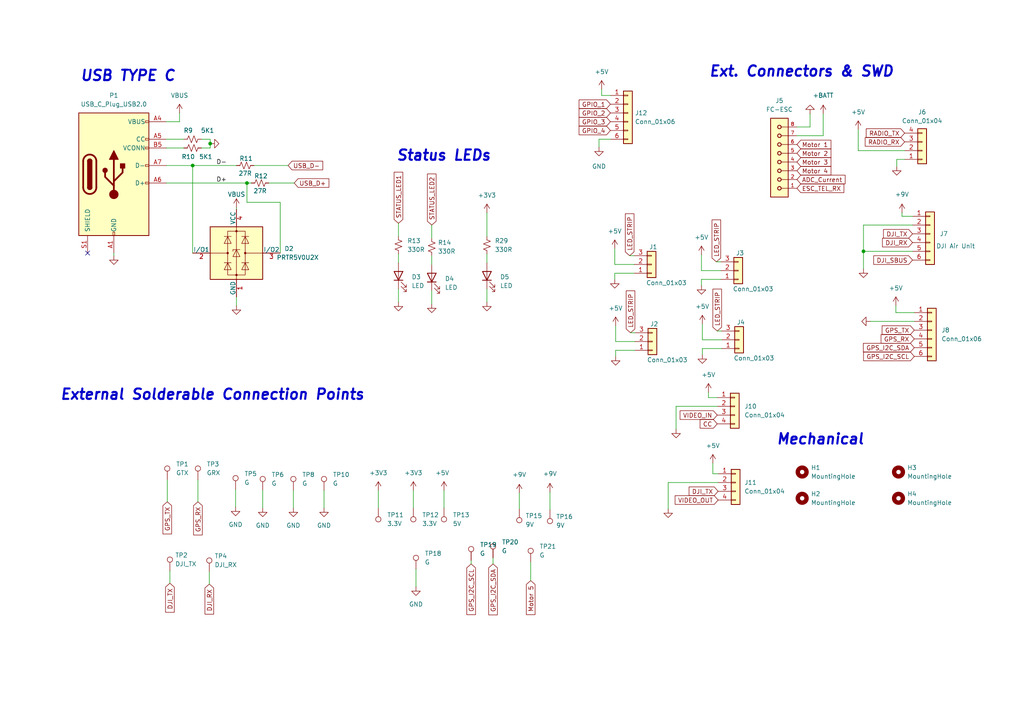
<source format=kicad_sch>
(kicad_sch (version 20211123) (generator eeschema)

  (uuid 0a0f7647-c80a-49ea-bc01-4b01dd2efd6d)

  (paper "A4")

  (lib_symbols
    (symbol "Connector:TestPoint" (pin_numbers hide) (pin_names (offset 0.762) hide) (in_bom yes) (on_board yes)
      (property "Reference" "TP" (id 0) (at 0 6.858 0)
        (effects (font (size 1.27 1.27)))
      )
      (property "Value" "TestPoint" (id 1) (at 0 5.08 0)
        (effects (font (size 1.27 1.27)))
      )
      (property "Footprint" "" (id 2) (at 5.08 0 0)
        (effects (font (size 1.27 1.27)) hide)
      )
      (property "Datasheet" "~" (id 3) (at 5.08 0 0)
        (effects (font (size 1.27 1.27)) hide)
      )
      (property "ki_keywords" "test point tp" (id 4) (at 0 0 0)
        (effects (font (size 1.27 1.27)) hide)
      )
      (property "ki_description" "test point" (id 5) (at 0 0 0)
        (effects (font (size 1.27 1.27)) hide)
      )
      (property "ki_fp_filters" "Pin* Test*" (id 6) (at 0 0 0)
        (effects (font (size 1.27 1.27)) hide)
      )
      (symbol "TestPoint_0_1"
        (circle (center 0 3.302) (radius 0.762)
          (stroke (width 0) (type default) (color 0 0 0 0))
          (fill (type none))
        )
      )
      (symbol "TestPoint_1_1"
        (pin passive line (at 0 0 90) (length 2.54)
          (name "1" (effects (font (size 1.27 1.27))))
          (number "1" (effects (font (size 1.27 1.27))))
        )
      )
    )
    (symbol "Connector:USB_C_Plug_USB2.0" (pin_names (offset 1.016)) (in_bom yes) (on_board yes)
      (property "Reference" "P" (id 0) (at -10.16 19.05 0)
        (effects (font (size 1.27 1.27)) (justify left))
      )
      (property "Value" "USB_C_Plug_USB2.0" (id 1) (at 12.7 19.05 0)
        (effects (font (size 1.27 1.27)) (justify right))
      )
      (property "Footprint" "" (id 2) (at 3.81 0 0)
        (effects (font (size 1.27 1.27)) hide)
      )
      (property "Datasheet" "https://www.usb.org/sites/default/files/documents/usb_type-c.zip" (id 3) (at 3.81 0 0)
        (effects (font (size 1.27 1.27)) hide)
      )
      (property "ki_keywords" "usb universal serial bus type-C USB2.0" (id 4) (at 0 0 0)
        (effects (font (size 1.27 1.27)) hide)
      )
      (property "ki_description" "USB 2.0-only Type-C Plug connector" (id 5) (at 0 0 0)
        (effects (font (size 1.27 1.27)) hide)
      )
      (property "ki_fp_filters" "USB*C*Plug*" (id 6) (at 0 0 0)
        (effects (font (size 1.27 1.27)) hide)
      )
      (symbol "USB_C_Plug_USB2.0_0_0"
        (rectangle (start -0.254 -17.78) (end 0.254 -16.764)
          (stroke (width 0) (type default) (color 0 0 0 0))
          (fill (type none))
        )
        (rectangle (start 10.16 -2.286) (end 9.144 -2.794)
          (stroke (width 0) (type default) (color 0 0 0 0))
          (fill (type none))
        )
        (rectangle (start 10.16 2.794) (end 9.144 2.286)
          (stroke (width 0) (type default) (color 0 0 0 0))
          (fill (type none))
        )
        (rectangle (start 10.16 7.874) (end 9.144 7.366)
          (stroke (width 0) (type default) (color 0 0 0 0))
          (fill (type none))
        )
        (rectangle (start 10.16 10.414) (end 9.144 9.906)
          (stroke (width 0) (type default) (color 0 0 0 0))
          (fill (type none))
        )
        (rectangle (start 10.16 15.494) (end 9.144 14.986)
          (stroke (width 0) (type default) (color 0 0 0 0))
          (fill (type none))
        )
      )
      (symbol "USB_C_Plug_USB2.0_0_1"
        (rectangle (start -10.16 17.78) (end 10.16 -17.78)
          (stroke (width 0.254) (type default) (color 0 0 0 0))
          (fill (type background))
        )
        (arc (start -8.89 -3.81) (mid -6.985 -5.715) (end -5.08 -3.81)
          (stroke (width 0.508) (type default) (color 0 0 0 0))
          (fill (type none))
        )
        (arc (start -7.62 -3.81) (mid -6.985 -4.445) (end -6.35 -3.81)
          (stroke (width 0.254) (type default) (color 0 0 0 0))
          (fill (type none))
        )
        (arc (start -7.62 -3.81) (mid -6.985 -4.445) (end -6.35 -3.81)
          (stroke (width 0.254) (type default) (color 0 0 0 0))
          (fill (type outline))
        )
        (rectangle (start -7.62 -3.81) (end -6.35 3.81)
          (stroke (width 0.254) (type default) (color 0 0 0 0))
          (fill (type outline))
        )
        (arc (start -6.35 3.81) (mid -6.985 4.445) (end -7.62 3.81)
          (stroke (width 0.254) (type default) (color 0 0 0 0))
          (fill (type none))
        )
        (arc (start -6.35 3.81) (mid -6.985 4.445) (end -7.62 3.81)
          (stroke (width 0.254) (type default) (color 0 0 0 0))
          (fill (type outline))
        )
        (arc (start -5.08 3.81) (mid -6.985 5.715) (end -8.89 3.81)
          (stroke (width 0.508) (type default) (color 0 0 0 0))
          (fill (type none))
        )
        (circle (center -2.54 1.143) (radius 0.635)
          (stroke (width 0.254) (type default) (color 0 0 0 0))
          (fill (type outline))
        )
        (circle (center 0 -5.842) (radius 1.27)
          (stroke (width 0) (type default) (color 0 0 0 0))
          (fill (type outline))
        )
        (polyline
          (pts
            (xy -8.89 -3.81)
            (xy -8.89 3.81)
          )
          (stroke (width 0.508) (type default) (color 0 0 0 0))
          (fill (type none))
        )
        (polyline
          (pts
            (xy -5.08 3.81)
            (xy -5.08 -3.81)
          )
          (stroke (width 0.508) (type default) (color 0 0 0 0))
          (fill (type none))
        )
        (polyline
          (pts
            (xy 0 -5.842)
            (xy 0 4.318)
          )
          (stroke (width 0.508) (type default) (color 0 0 0 0))
          (fill (type none))
        )
        (polyline
          (pts
            (xy 0 -3.302)
            (xy -2.54 -0.762)
            (xy -2.54 0.508)
          )
          (stroke (width 0.508) (type default) (color 0 0 0 0))
          (fill (type none))
        )
        (polyline
          (pts
            (xy 0 -2.032)
            (xy 2.54 0.508)
            (xy 2.54 1.778)
          )
          (stroke (width 0.508) (type default) (color 0 0 0 0))
          (fill (type none))
        )
        (polyline
          (pts
            (xy -1.27 4.318)
            (xy 0 6.858)
            (xy 1.27 4.318)
            (xy -1.27 4.318)
          )
          (stroke (width 0.254) (type default) (color 0 0 0 0))
          (fill (type outline))
        )
        (rectangle (start 1.905 1.778) (end 3.175 3.048)
          (stroke (width 0.254) (type default) (color 0 0 0 0))
          (fill (type outline))
        )
      )
      (symbol "USB_C_Plug_USB2.0_1_1"
        (pin passive line (at 0 -22.86 90) (length 5.08)
          (name "GND" (effects (font (size 1.27 1.27))))
          (number "A1" (effects (font (size 1.27 1.27))))
        )
        (pin passive line (at 0 -22.86 90) (length 5.08) hide
          (name "GND" (effects (font (size 1.27 1.27))))
          (number "A12" (effects (font (size 1.27 1.27))))
        )
        (pin passive line (at 15.24 15.24 180) (length 5.08)
          (name "VBUS" (effects (font (size 1.27 1.27))))
          (number "A4" (effects (font (size 1.27 1.27))))
        )
        (pin bidirectional line (at 15.24 10.16 180) (length 5.08)
          (name "CC" (effects (font (size 1.27 1.27))))
          (number "A5" (effects (font (size 1.27 1.27))))
        )
        (pin bidirectional line (at 15.24 -2.54 180) (length 5.08)
          (name "D+" (effects (font (size 1.27 1.27))))
          (number "A6" (effects (font (size 1.27 1.27))))
        )
        (pin bidirectional line (at 15.24 2.54 180) (length 5.08)
          (name "D-" (effects (font (size 1.27 1.27))))
          (number "A7" (effects (font (size 1.27 1.27))))
        )
        (pin passive line (at 15.24 15.24 180) (length 5.08) hide
          (name "VBUS" (effects (font (size 1.27 1.27))))
          (number "A9" (effects (font (size 1.27 1.27))))
        )
        (pin passive line (at 0 -22.86 90) (length 5.08) hide
          (name "GND" (effects (font (size 1.27 1.27))))
          (number "B1" (effects (font (size 1.27 1.27))))
        )
        (pin passive line (at 0 -22.86 90) (length 5.08) hide
          (name "GND" (effects (font (size 1.27 1.27))))
          (number "B12" (effects (font (size 1.27 1.27))))
        )
        (pin passive line (at 15.24 15.24 180) (length 5.08) hide
          (name "VBUS" (effects (font (size 1.27 1.27))))
          (number "B4" (effects (font (size 1.27 1.27))))
        )
        (pin bidirectional line (at 15.24 7.62 180) (length 5.08)
          (name "VCONN" (effects (font (size 1.27 1.27))))
          (number "B5" (effects (font (size 1.27 1.27))))
        )
        (pin passive line (at 15.24 15.24 180) (length 5.08) hide
          (name "VBUS" (effects (font (size 1.27 1.27))))
          (number "B9" (effects (font (size 1.27 1.27))))
        )
        (pin passive line (at -7.62 -22.86 90) (length 5.08)
          (name "SHIELD" (effects (font (size 1.27 1.27))))
          (number "S1" (effects (font (size 1.27 1.27))))
        )
      )
    )
    (symbol "Connector_Generic:Conn_01x03" (pin_names (offset 1.016) hide) (in_bom yes) (on_board yes)
      (property "Reference" "J" (id 0) (at 0 5.08 0)
        (effects (font (size 1.27 1.27)))
      )
      (property "Value" "Conn_01x03" (id 1) (at 0 -5.08 0)
        (effects (font (size 1.27 1.27)))
      )
      (property "Footprint" "" (id 2) (at 0 0 0)
        (effects (font (size 1.27 1.27)) hide)
      )
      (property "Datasheet" "~" (id 3) (at 0 0 0)
        (effects (font (size 1.27 1.27)) hide)
      )
      (property "ki_keywords" "connector" (id 4) (at 0 0 0)
        (effects (font (size 1.27 1.27)) hide)
      )
      (property "ki_description" "Generic connector, single row, 01x03, script generated (kicad-library-utils/schlib/autogen/connector/)" (id 5) (at 0 0 0)
        (effects (font (size 1.27 1.27)) hide)
      )
      (property "ki_fp_filters" "Connector*:*_1x??_*" (id 6) (at 0 0 0)
        (effects (font (size 1.27 1.27)) hide)
      )
      (symbol "Conn_01x03_1_1"
        (rectangle (start -1.27 -2.413) (end 0 -2.667)
          (stroke (width 0.1524) (type default) (color 0 0 0 0))
          (fill (type none))
        )
        (rectangle (start -1.27 0.127) (end 0 -0.127)
          (stroke (width 0.1524) (type default) (color 0 0 0 0))
          (fill (type none))
        )
        (rectangle (start -1.27 2.667) (end 0 2.413)
          (stroke (width 0.1524) (type default) (color 0 0 0 0))
          (fill (type none))
        )
        (rectangle (start -1.27 3.81) (end 1.27 -3.81)
          (stroke (width 0.254) (type default) (color 0 0 0 0))
          (fill (type background))
        )
        (pin passive line (at -5.08 2.54 0) (length 3.81)
          (name "Pin_1" (effects (font (size 1.27 1.27))))
          (number "1" (effects (font (size 1.27 1.27))))
        )
        (pin passive line (at -5.08 0 0) (length 3.81)
          (name "Pin_2" (effects (font (size 1.27 1.27))))
          (number "2" (effects (font (size 1.27 1.27))))
        )
        (pin passive line (at -5.08 -2.54 0) (length 3.81)
          (name "Pin_3" (effects (font (size 1.27 1.27))))
          (number "3" (effects (font (size 1.27 1.27))))
        )
      )
    )
    (symbol "Connector_Generic:Conn_01x04" (pin_names (offset 1.016) hide) (in_bom yes) (on_board yes)
      (property "Reference" "J" (id 0) (at 0 5.08 0)
        (effects (font (size 1.27 1.27)))
      )
      (property "Value" "Conn_01x04" (id 1) (at 0 -7.62 0)
        (effects (font (size 1.27 1.27)))
      )
      (property "Footprint" "" (id 2) (at 0 0 0)
        (effects (font (size 1.27 1.27)) hide)
      )
      (property "Datasheet" "~" (id 3) (at 0 0 0)
        (effects (font (size 1.27 1.27)) hide)
      )
      (property "ki_keywords" "connector" (id 4) (at 0 0 0)
        (effects (font (size 1.27 1.27)) hide)
      )
      (property "ki_description" "Generic connector, single row, 01x04, script generated (kicad-library-utils/schlib/autogen/connector/)" (id 5) (at 0 0 0)
        (effects (font (size 1.27 1.27)) hide)
      )
      (property "ki_fp_filters" "Connector*:*_1x??_*" (id 6) (at 0 0 0)
        (effects (font (size 1.27 1.27)) hide)
      )
      (symbol "Conn_01x04_1_1"
        (rectangle (start -1.27 -4.953) (end 0 -5.207)
          (stroke (width 0.1524) (type default) (color 0 0 0 0))
          (fill (type none))
        )
        (rectangle (start -1.27 -2.413) (end 0 -2.667)
          (stroke (width 0.1524) (type default) (color 0 0 0 0))
          (fill (type none))
        )
        (rectangle (start -1.27 0.127) (end 0 -0.127)
          (stroke (width 0.1524) (type default) (color 0 0 0 0))
          (fill (type none))
        )
        (rectangle (start -1.27 2.667) (end 0 2.413)
          (stroke (width 0.1524) (type default) (color 0 0 0 0))
          (fill (type none))
        )
        (rectangle (start -1.27 3.81) (end 1.27 -6.35)
          (stroke (width 0.254) (type default) (color 0 0 0 0))
          (fill (type background))
        )
        (pin passive line (at -5.08 2.54 0) (length 3.81)
          (name "Pin_1" (effects (font (size 1.27 1.27))))
          (number "1" (effects (font (size 1.27 1.27))))
        )
        (pin passive line (at -5.08 0 0) (length 3.81)
          (name "Pin_2" (effects (font (size 1.27 1.27))))
          (number "2" (effects (font (size 1.27 1.27))))
        )
        (pin passive line (at -5.08 -2.54 0) (length 3.81)
          (name "Pin_3" (effects (font (size 1.27 1.27))))
          (number "3" (effects (font (size 1.27 1.27))))
        )
        (pin passive line (at -5.08 -5.08 0) (length 3.81)
          (name "Pin_4" (effects (font (size 1.27 1.27))))
          (number "4" (effects (font (size 1.27 1.27))))
        )
      )
    )
    (symbol "Connector_Generic:Conn_01x06" (pin_names (offset 1.016) hide) (in_bom yes) (on_board yes)
      (property "Reference" "J" (id 0) (at 0 7.62 0)
        (effects (font (size 1.27 1.27)))
      )
      (property "Value" "Conn_01x06" (id 1) (at 0 -10.16 0)
        (effects (font (size 1.27 1.27)))
      )
      (property "Footprint" "" (id 2) (at 0 0 0)
        (effects (font (size 1.27 1.27)) hide)
      )
      (property "Datasheet" "~" (id 3) (at 0 0 0)
        (effects (font (size 1.27 1.27)) hide)
      )
      (property "ki_keywords" "connector" (id 4) (at 0 0 0)
        (effects (font (size 1.27 1.27)) hide)
      )
      (property "ki_description" "Generic connector, single row, 01x06, script generated (kicad-library-utils/schlib/autogen/connector/)" (id 5) (at 0 0 0)
        (effects (font (size 1.27 1.27)) hide)
      )
      (property "ki_fp_filters" "Connector*:*_1x??_*" (id 6) (at 0 0 0)
        (effects (font (size 1.27 1.27)) hide)
      )
      (symbol "Conn_01x06_1_1"
        (rectangle (start -1.27 -7.493) (end 0 -7.747)
          (stroke (width 0.1524) (type default) (color 0 0 0 0))
          (fill (type none))
        )
        (rectangle (start -1.27 -4.953) (end 0 -5.207)
          (stroke (width 0.1524) (type default) (color 0 0 0 0))
          (fill (type none))
        )
        (rectangle (start -1.27 -2.413) (end 0 -2.667)
          (stroke (width 0.1524) (type default) (color 0 0 0 0))
          (fill (type none))
        )
        (rectangle (start -1.27 0.127) (end 0 -0.127)
          (stroke (width 0.1524) (type default) (color 0 0 0 0))
          (fill (type none))
        )
        (rectangle (start -1.27 2.667) (end 0 2.413)
          (stroke (width 0.1524) (type default) (color 0 0 0 0))
          (fill (type none))
        )
        (rectangle (start -1.27 5.207) (end 0 4.953)
          (stroke (width 0.1524) (type default) (color 0 0 0 0))
          (fill (type none))
        )
        (rectangle (start -1.27 6.35) (end 1.27 -8.89)
          (stroke (width 0.254) (type default) (color 0 0 0 0))
          (fill (type background))
        )
        (pin passive line (at -5.08 5.08 0) (length 3.81)
          (name "Pin_1" (effects (font (size 1.27 1.27))))
          (number "1" (effects (font (size 1.27 1.27))))
        )
        (pin passive line (at -5.08 2.54 0) (length 3.81)
          (name "Pin_2" (effects (font (size 1.27 1.27))))
          (number "2" (effects (font (size 1.27 1.27))))
        )
        (pin passive line (at -5.08 0 0) (length 3.81)
          (name "Pin_3" (effects (font (size 1.27 1.27))))
          (number "3" (effects (font (size 1.27 1.27))))
        )
        (pin passive line (at -5.08 -2.54 0) (length 3.81)
          (name "Pin_4" (effects (font (size 1.27 1.27))))
          (number "4" (effects (font (size 1.27 1.27))))
        )
        (pin passive line (at -5.08 -5.08 0) (length 3.81)
          (name "Pin_5" (effects (font (size 1.27 1.27))))
          (number "5" (effects (font (size 1.27 1.27))))
        )
        (pin passive line (at -5.08 -7.62 0) (length 3.81)
          (name "Pin_6" (effects (font (size 1.27 1.27))))
          (number "6" (effects (font (size 1.27 1.27))))
        )
      )
    )
    (symbol "Device:LED" (pin_numbers hide) (pin_names (offset 1.016) hide) (in_bom yes) (on_board yes)
      (property "Reference" "D" (id 0) (at 0 2.54 0)
        (effects (font (size 1.27 1.27)))
      )
      (property "Value" "LED" (id 1) (at 0 -2.54 0)
        (effects (font (size 1.27 1.27)))
      )
      (property "Footprint" "" (id 2) (at 0 0 0)
        (effects (font (size 1.27 1.27)) hide)
      )
      (property "Datasheet" "~" (id 3) (at 0 0 0)
        (effects (font (size 1.27 1.27)) hide)
      )
      (property "ki_keywords" "LED diode" (id 4) (at 0 0 0)
        (effects (font (size 1.27 1.27)) hide)
      )
      (property "ki_description" "Light emitting diode" (id 5) (at 0 0 0)
        (effects (font (size 1.27 1.27)) hide)
      )
      (property "ki_fp_filters" "LED* LED_SMD:* LED_THT:*" (id 6) (at 0 0 0)
        (effects (font (size 1.27 1.27)) hide)
      )
      (symbol "LED_0_1"
        (polyline
          (pts
            (xy -1.27 -1.27)
            (xy -1.27 1.27)
          )
          (stroke (width 0.254) (type default) (color 0 0 0 0))
          (fill (type none))
        )
        (polyline
          (pts
            (xy -1.27 0)
            (xy 1.27 0)
          )
          (stroke (width 0) (type default) (color 0 0 0 0))
          (fill (type none))
        )
        (polyline
          (pts
            (xy 1.27 -1.27)
            (xy 1.27 1.27)
            (xy -1.27 0)
            (xy 1.27 -1.27)
          )
          (stroke (width 0.254) (type default) (color 0 0 0 0))
          (fill (type none))
        )
        (polyline
          (pts
            (xy -3.048 -0.762)
            (xy -4.572 -2.286)
            (xy -3.81 -2.286)
            (xy -4.572 -2.286)
            (xy -4.572 -1.524)
          )
          (stroke (width 0) (type default) (color 0 0 0 0))
          (fill (type none))
        )
        (polyline
          (pts
            (xy -1.778 -0.762)
            (xy -3.302 -2.286)
            (xy -2.54 -2.286)
            (xy -3.302 -2.286)
            (xy -3.302 -1.524)
          )
          (stroke (width 0) (type default) (color 0 0 0 0))
          (fill (type none))
        )
      )
      (symbol "LED_1_1"
        (pin passive line (at -3.81 0 0) (length 2.54)
          (name "K" (effects (font (size 1.27 1.27))))
          (number "1" (effects (font (size 1.27 1.27))))
        )
        (pin passive line (at 3.81 0 180) (length 2.54)
          (name "A" (effects (font (size 1.27 1.27))))
          (number "2" (effects (font (size 1.27 1.27))))
        )
      )
    )
    (symbol "Device:R_Small_US" (pin_numbers hide) (pin_names (offset 0.254) hide) (in_bom yes) (on_board yes)
      (property "Reference" "R" (id 0) (at 0.762 0.508 0)
        (effects (font (size 1.27 1.27)) (justify left))
      )
      (property "Value" "R_Small_US" (id 1) (at 0.762 -1.016 0)
        (effects (font (size 1.27 1.27)) (justify left))
      )
      (property "Footprint" "" (id 2) (at 0 0 0)
        (effects (font (size 1.27 1.27)) hide)
      )
      (property "Datasheet" "~" (id 3) (at 0 0 0)
        (effects (font (size 1.27 1.27)) hide)
      )
      (property "ki_keywords" "r resistor" (id 4) (at 0 0 0)
        (effects (font (size 1.27 1.27)) hide)
      )
      (property "ki_description" "Resistor, small US symbol" (id 5) (at 0 0 0)
        (effects (font (size 1.27 1.27)) hide)
      )
      (property "ki_fp_filters" "R_*" (id 6) (at 0 0 0)
        (effects (font (size 1.27 1.27)) hide)
      )
      (symbol "R_Small_US_1_1"
        (polyline
          (pts
            (xy 0 0)
            (xy 1.016 -0.381)
            (xy 0 -0.762)
            (xy -1.016 -1.143)
            (xy 0 -1.524)
          )
          (stroke (width 0) (type default) (color 0 0 0 0))
          (fill (type none))
        )
        (polyline
          (pts
            (xy 0 1.524)
            (xy 1.016 1.143)
            (xy 0 0.762)
            (xy -1.016 0.381)
            (xy 0 0)
          )
          (stroke (width 0) (type default) (color 0 0 0 0))
          (fill (type none))
        )
        (pin passive line (at 0 2.54 270) (length 1.016)
          (name "~" (effects (font (size 1.27 1.27))))
          (number "1" (effects (font (size 1.27 1.27))))
        )
        (pin passive line (at 0 -2.54 90) (length 1.016)
          (name "~" (effects (font (size 1.27 1.27))))
          (number "2" (effects (font (size 1.27 1.27))))
        )
      )
    )
    (symbol "Mechanical:MountingHole" (pin_names (offset 1.016)) (in_bom yes) (on_board yes)
      (property "Reference" "H" (id 0) (at 0 5.08 0)
        (effects (font (size 1.27 1.27)))
      )
      (property "Value" "MountingHole" (id 1) (at 0 3.175 0)
        (effects (font (size 1.27 1.27)))
      )
      (property "Footprint" "" (id 2) (at 0 0 0)
        (effects (font (size 1.27 1.27)) hide)
      )
      (property "Datasheet" "~" (id 3) (at 0 0 0)
        (effects (font (size 1.27 1.27)) hide)
      )
      (property "ki_keywords" "mounting hole" (id 4) (at 0 0 0)
        (effects (font (size 1.27 1.27)) hide)
      )
      (property "ki_description" "Mounting Hole without connection" (id 5) (at 0 0 0)
        (effects (font (size 1.27 1.27)) hide)
      )
      (property "ki_fp_filters" "MountingHole*" (id 6) (at 0 0 0)
        (effects (font (size 1.27 1.27)) hide)
      )
      (symbol "MountingHole_0_1"
        (circle (center 0 0) (radius 1.27)
          (stroke (width 1.27) (type default) (color 0 0 0 0))
          (fill (type none))
        )
      )
    )
    (symbol "Power_Protection:PRTR5V0U2X" (pin_names (offset 0)) (in_bom yes) (on_board yes)
      (property "Reference" "D" (id 0) (at 2.794 8.636 0)
        (effects (font (size 1.27 1.27)))
      )
      (property "Value" "PRTR5V0U2X" (id 1) (at 8.128 -9.398 0)
        (effects (font (size 1.27 1.27)))
      )
      (property "Footprint" "Package_TO_SOT_SMD:SOT-143" (id 2) (at 1.524 0 0)
        (effects (font (size 1.27 1.27)) hide)
      )
      (property "Datasheet" "https://assets.nexperia.com/documents/data-sheet/PRTR5V0U2X.pdf" (id 3) (at 1.524 0 0)
        (effects (font (size 1.27 1.27)) hide)
      )
      (property "ki_keywords" "ESD protection diode" (id 4) (at 0 0 0)
        (effects (font (size 1.27 1.27)) hide)
      )
      (property "ki_description" "Ultra low capacitance double rail-to-rail ESD protection diode, SOT-143" (id 5) (at 0 0 0)
        (effects (font (size 1.27 1.27)) hide)
      )
      (property "ki_fp_filters" "SOT?143*" (id 6) (at 0 0 0)
        (effects (font (size 1.27 1.27)) hide)
      )
      (symbol "PRTR5V0U2X_0_1"
        (rectangle (start -7.62 -7.62) (end 7.62 7.62)
          (stroke (width 0.254) (type default) (color 0 0 0 0))
          (fill (type background))
        )
        (circle (center -2.54 0) (radius 0.254)
          (stroke (width 0) (type default) (color 0 0 0 0))
          (fill (type outline))
        )
        (rectangle (start -2.54 6.35) (end 2.54 -6.35)
          (stroke (width 0) (type default) (color 0 0 0 0))
          (fill (type none))
        )
        (circle (center 0 -6.35) (radius 0.254)
          (stroke (width 0) (type default) (color 0 0 0 0))
          (fill (type outline))
        )
        (polyline
          (pts
            (xy -2.54 0)
            (xy -7.62 0)
          )
          (stroke (width 0) (type default) (color 0 0 0 0))
          (fill (type none))
        )
        (polyline
          (pts
            (xy -1.524 -2.794)
            (xy -3.556 -2.794)
          )
          (stroke (width 0) (type default) (color 0 0 0 0))
          (fill (type none))
        )
        (polyline
          (pts
            (xy -1.524 4.826)
            (xy -3.556 4.826)
          )
          (stroke (width 0) (type default) (color 0 0 0 0))
          (fill (type none))
        )
        (polyline
          (pts
            (xy 0 -7.62)
            (xy 0 7.62)
          )
          (stroke (width 0) (type default) (color 0 0 0 0))
          (fill (type none))
        )
        (polyline
          (pts
            (xy 1.524 -2.794)
            (xy 3.556 -2.794)
          )
          (stroke (width 0) (type default) (color 0 0 0 0))
          (fill (type none))
        )
        (polyline
          (pts
            (xy 1.524 4.826)
            (xy 3.556 4.826)
          )
          (stroke (width 0) (type default) (color 0 0 0 0))
          (fill (type none))
        )
        (polyline
          (pts
            (xy 2.54 0)
            (xy 7.62 0)
          )
          (stroke (width 0) (type default) (color 0 0 0 0))
          (fill (type none))
        )
        (polyline
          (pts
            (xy 1.016 1.016)
            (xy -1.016 1.016)
            (xy -1.016 0.508)
          )
          (stroke (width 0) (type default) (color 0 0 0 0))
          (fill (type none))
        )
        (polyline
          (pts
            (xy -3.556 -4.826)
            (xy -1.524 -4.826)
            (xy -2.54 -2.794)
            (xy -3.556 -4.826)
          )
          (stroke (width 0) (type default) (color 0 0 0 0))
          (fill (type none))
        )
        (polyline
          (pts
            (xy -3.556 2.794)
            (xy -1.524 2.794)
            (xy -2.54 4.826)
            (xy -3.556 2.794)
          )
          (stroke (width 0) (type default) (color 0 0 0 0))
          (fill (type none))
        )
        (polyline
          (pts
            (xy -1.016 -1.016)
            (xy 1.016 -1.016)
            (xy 0 1.016)
            (xy -1.016 -1.016)
          )
          (stroke (width 0) (type default) (color 0 0 0 0))
          (fill (type none))
        )
        (polyline
          (pts
            (xy 3.556 -4.826)
            (xy 1.524 -4.826)
            (xy 2.54 -2.794)
            (xy 3.556 -4.826)
          )
          (stroke (width 0) (type default) (color 0 0 0 0))
          (fill (type none))
        )
        (polyline
          (pts
            (xy 3.556 2.794)
            (xy 1.524 2.794)
            (xy 2.54 4.826)
            (xy 3.556 2.794)
          )
          (stroke (width 0) (type default) (color 0 0 0 0))
          (fill (type none))
        )
        (circle (center 0 6.35) (radius 0.254)
          (stroke (width 0) (type default) (color 0 0 0 0))
          (fill (type outline))
        )
        (circle (center 2.54 0) (radius 0.254)
          (stroke (width 0) (type default) (color 0 0 0 0))
          (fill (type outline))
        )
      )
      (symbol "PRTR5V0U2X_1_1"
        (pin passive line (at 0 -12.7 90) (length 5.08)
          (name "GND" (effects (font (size 1.27 1.27))))
          (number "1" (effects (font (size 1.27 1.27))))
        )
        (pin passive line (at -12.7 0 0) (length 5.08)
          (name "I/O1" (effects (font (size 1.27 1.27))))
          (number "2" (effects (font (size 1.27 1.27))))
        )
        (pin passive line (at 12.7 0 180) (length 5.08)
          (name "I/O2" (effects (font (size 1.27 1.27))))
          (number "3" (effects (font (size 1.27 1.27))))
        )
        (pin passive line (at 0 12.7 270) (length 5.08)
          (name "VCC" (effects (font (size 1.27 1.27))))
          (number "4" (effects (font (size 1.27 1.27))))
        )
      )
    )
    (symbol "SM08B-SRSS-TB_LF__SN_:SM08B-SRSS-TB(LF)(SN)" (pin_names (offset 1.016) hide) (in_bom yes) (on_board yes)
      (property "Reference" "J" (id 0) (at -2.54 12.7254 0)
        (effects (font (size 1.27 1.27)) (justify left bottom))
      )
      (property "Value" "SM08B-SRSS-TB(LF)(SN)" (id 1) (at -2.54 -12.7254 0)
        (effects (font (size 1.27 1.27)) (justify left bottom))
      )
      (property "Footprint" "JST_SM08B-SRSS-TB(LF)(SN)" (id 2) (at 0 0 0)
        (effects (font (size 1.27 1.27)) (justify left bottom) hide)
      )
      (property "Datasheet" "" (id 3) (at 0 0 0)
        (effects (font (size 1.27 1.27)) (justify left bottom) hide)
      )
      (property "MANUFACTURER" "JST" (id 4) (at 0 0 0)
        (effects (font (size 1.27 1.27)) (justify left bottom) hide)
      )
      (property "ki_locked" "" (id 5) (at 0 0 0)
        (effects (font (size 1.27 1.27)))
      )
      (symbol "SM08B-SRSS-TB(LF)(SN)_0_0"
        (rectangle (start -2.54 -10.16) (end 2.54 12.7)
          (stroke (width 0.254) (type default) (color 0 0 0 0))
          (fill (type background))
        )
        (circle (center 0 -7.62) (radius 0.508)
          (stroke (width 0.254) (type default) (color 0 0 0 0))
          (fill (type none))
        )
        (circle (center 0 -5.08) (radius 0.508)
          (stroke (width 0.254) (type default) (color 0 0 0 0))
          (fill (type none))
        )
        (circle (center 0 -2.54) (radius 0.508)
          (stroke (width 0.254) (type default) (color 0 0 0 0))
          (fill (type none))
        )
        (polyline
          (pts
            (xy -0.508 -7.62)
            (xy -2.54 -7.62)
          )
          (stroke (width 0.1524) (type default) (color 0 0 0 0))
          (fill (type none))
        )
        (polyline
          (pts
            (xy -0.508 -5.08)
            (xy -2.54 -5.08)
          )
          (stroke (width 0.1524) (type default) (color 0 0 0 0))
          (fill (type none))
        )
        (polyline
          (pts
            (xy -0.508 -2.54)
            (xy -2.54 -2.54)
          )
          (stroke (width 0.1524) (type default) (color 0 0 0 0))
          (fill (type none))
        )
        (polyline
          (pts
            (xy -0.508 0)
            (xy -2.54 0)
          )
          (stroke (width 0.1524) (type default) (color 0 0 0 0))
          (fill (type none))
        )
        (polyline
          (pts
            (xy -0.508 2.54)
            (xy -2.54 2.54)
          )
          (stroke (width 0.1524) (type default) (color 0 0 0 0))
          (fill (type none))
        )
        (polyline
          (pts
            (xy -0.508 5.08)
            (xy -2.54 5.08)
          )
          (stroke (width 0.1524) (type default) (color 0 0 0 0))
          (fill (type none))
        )
        (polyline
          (pts
            (xy -0.508 7.62)
            (xy -2.54 7.62)
          )
          (stroke (width 0.1524) (type default) (color 0 0 0 0))
          (fill (type none))
        )
        (polyline
          (pts
            (xy -0.508 10.16)
            (xy -2.54 10.16)
          )
          (stroke (width 0.1524) (type default) (color 0 0 0 0))
          (fill (type none))
        )
        (circle (center 0 0) (radius 0.508)
          (stroke (width 0.254) (type default) (color 0 0 0 0))
          (fill (type none))
        )
        (circle (center 0 2.54) (radius 0.508)
          (stroke (width 0.254) (type default) (color 0 0 0 0))
          (fill (type none))
        )
        (circle (center 0 5.08) (radius 0.508)
          (stroke (width 0.254) (type default) (color 0 0 0 0))
          (fill (type none))
        )
        (circle (center 0 7.62) (radius 0.508)
          (stroke (width 0.254) (type default) (color 0 0 0 0))
          (fill (type none))
        )
        (circle (center 0 10.16) (radius 0.508)
          (stroke (width 0.254) (type default) (color 0 0 0 0))
          (fill (type none))
        )
        (pin passive line (at -5.08 10.16 0) (length 2.54)
          (name "~" (effects (font (size 1.016 1.016))))
          (number "1" (effects (font (size 1.016 1.016))))
        )
        (pin passive line (at -5.08 7.62 0) (length 2.54)
          (name "~" (effects (font (size 1.016 1.016))))
          (number "2" (effects (font (size 1.016 1.016))))
        )
        (pin passive line (at -5.08 5.08 0) (length 2.54)
          (name "~" (effects (font (size 1.016 1.016))))
          (number "3" (effects (font (size 1.016 1.016))))
        )
        (pin passive line (at -5.08 2.54 0) (length 2.54)
          (name "~" (effects (font (size 1.016 1.016))))
          (number "4" (effects (font (size 1.016 1.016))))
        )
        (pin passive line (at -5.08 0 0) (length 2.54)
          (name "~" (effects (font (size 1.016 1.016))))
          (number "5" (effects (font (size 1.016 1.016))))
        )
        (pin passive line (at -5.08 -2.54 0) (length 2.54)
          (name "~" (effects (font (size 1.016 1.016))))
          (number "6" (effects (font (size 1.016 1.016))))
        )
        (pin passive line (at -5.08 -5.08 0) (length 2.54)
          (name "~" (effects (font (size 1.016 1.016))))
          (number "7" (effects (font (size 1.016 1.016))))
        )
        (pin passive line (at -5.08 -7.62 0) (length 2.54)
          (name "~" (effects (font (size 1.016 1.016))))
          (number "8" (effects (font (size 1.016 1.016))))
        )
      )
    )
    (symbol "power:+3.3V" (power) (pin_names (offset 0)) (in_bom yes) (on_board yes)
      (property "Reference" "#PWR" (id 0) (at 0 -3.81 0)
        (effects (font (size 1.27 1.27)) hide)
      )
      (property "Value" "+3.3V" (id 1) (at 0 3.556 0)
        (effects (font (size 1.27 1.27)))
      )
      (property "Footprint" "" (id 2) (at 0 0 0)
        (effects (font (size 1.27 1.27)) hide)
      )
      (property "Datasheet" "" (id 3) (at 0 0 0)
        (effects (font (size 1.27 1.27)) hide)
      )
      (property "ki_keywords" "power-flag" (id 4) (at 0 0 0)
        (effects (font (size 1.27 1.27)) hide)
      )
      (property "ki_description" "Power symbol creates a global label with name \"+3.3V\"" (id 5) (at 0 0 0)
        (effects (font (size 1.27 1.27)) hide)
      )
      (symbol "+3.3V_0_1"
        (polyline
          (pts
            (xy -0.762 1.27)
            (xy 0 2.54)
          )
          (stroke (width 0) (type default) (color 0 0 0 0))
          (fill (type none))
        )
        (polyline
          (pts
            (xy 0 0)
            (xy 0 2.54)
          )
          (stroke (width 0) (type default) (color 0 0 0 0))
          (fill (type none))
        )
        (polyline
          (pts
            (xy 0 2.54)
            (xy 0.762 1.27)
          )
          (stroke (width 0) (type default) (color 0 0 0 0))
          (fill (type none))
        )
      )
      (symbol "+3.3V_1_1"
        (pin power_in line (at 0 0 90) (length 0) hide
          (name "+3V3" (effects (font (size 1.27 1.27))))
          (number "1" (effects (font (size 1.27 1.27))))
        )
      )
    )
    (symbol "power:+5V" (power) (pin_names (offset 0)) (in_bom yes) (on_board yes)
      (property "Reference" "#PWR" (id 0) (at 0 -3.81 0)
        (effects (font (size 1.27 1.27)) hide)
      )
      (property "Value" "+5V" (id 1) (at 0 3.556 0)
        (effects (font (size 1.27 1.27)))
      )
      (property "Footprint" "" (id 2) (at 0 0 0)
        (effects (font (size 1.27 1.27)) hide)
      )
      (property "Datasheet" "" (id 3) (at 0 0 0)
        (effects (font (size 1.27 1.27)) hide)
      )
      (property "ki_keywords" "power-flag" (id 4) (at 0 0 0)
        (effects (font (size 1.27 1.27)) hide)
      )
      (property "ki_description" "Power symbol creates a global label with name \"+5V\"" (id 5) (at 0 0 0)
        (effects (font (size 1.27 1.27)) hide)
      )
      (symbol "+5V_0_1"
        (polyline
          (pts
            (xy -0.762 1.27)
            (xy 0 2.54)
          )
          (stroke (width 0) (type default) (color 0 0 0 0))
          (fill (type none))
        )
        (polyline
          (pts
            (xy 0 0)
            (xy 0 2.54)
          )
          (stroke (width 0) (type default) (color 0 0 0 0))
          (fill (type none))
        )
        (polyline
          (pts
            (xy 0 2.54)
            (xy 0.762 1.27)
          )
          (stroke (width 0) (type default) (color 0 0 0 0))
          (fill (type none))
        )
      )
      (symbol "+5V_1_1"
        (pin power_in line (at 0 0 90) (length 0) hide
          (name "+5V" (effects (font (size 1.27 1.27))))
          (number "1" (effects (font (size 1.27 1.27))))
        )
      )
    )
    (symbol "power:+9V" (power) (pin_names (offset 0)) (in_bom yes) (on_board yes)
      (property "Reference" "#PWR" (id 0) (at 0 -3.81 0)
        (effects (font (size 1.27 1.27)) hide)
      )
      (property "Value" "+9V" (id 1) (at 0 3.556 0)
        (effects (font (size 1.27 1.27)))
      )
      (property "Footprint" "" (id 2) (at 0 0 0)
        (effects (font (size 1.27 1.27)) hide)
      )
      (property "Datasheet" "" (id 3) (at 0 0 0)
        (effects (font (size 1.27 1.27)) hide)
      )
      (property "ki_keywords" "power-flag" (id 4) (at 0 0 0)
        (effects (font (size 1.27 1.27)) hide)
      )
      (property "ki_description" "Power symbol creates a global label with name \"+9V\"" (id 5) (at 0 0 0)
        (effects (font (size 1.27 1.27)) hide)
      )
      (symbol "+9V_0_1"
        (polyline
          (pts
            (xy -0.762 1.27)
            (xy 0 2.54)
          )
          (stroke (width 0) (type default) (color 0 0 0 0))
          (fill (type none))
        )
        (polyline
          (pts
            (xy 0 0)
            (xy 0 2.54)
          )
          (stroke (width 0) (type default) (color 0 0 0 0))
          (fill (type none))
        )
        (polyline
          (pts
            (xy 0 2.54)
            (xy 0.762 1.27)
          )
          (stroke (width 0) (type default) (color 0 0 0 0))
          (fill (type none))
        )
      )
      (symbol "+9V_1_1"
        (pin power_in line (at 0 0 90) (length 0) hide
          (name "+9V" (effects (font (size 1.27 1.27))))
          (number "1" (effects (font (size 1.27 1.27))))
        )
      )
    )
    (symbol "power:+BATT" (power) (pin_names (offset 0)) (in_bom yes) (on_board yes)
      (property "Reference" "#PWR" (id 0) (at 0 -3.81 0)
        (effects (font (size 1.27 1.27)) hide)
      )
      (property "Value" "+BATT" (id 1) (at 0 3.556 0)
        (effects (font (size 1.27 1.27)))
      )
      (property "Footprint" "" (id 2) (at 0 0 0)
        (effects (font (size 1.27 1.27)) hide)
      )
      (property "Datasheet" "" (id 3) (at 0 0 0)
        (effects (font (size 1.27 1.27)) hide)
      )
      (property "ki_keywords" "power-flag battery" (id 4) (at 0 0 0)
        (effects (font (size 1.27 1.27)) hide)
      )
      (property "ki_description" "Power symbol creates a global label with name \"+BATT\"" (id 5) (at 0 0 0)
        (effects (font (size 1.27 1.27)) hide)
      )
      (symbol "+BATT_0_1"
        (polyline
          (pts
            (xy -0.762 1.27)
            (xy 0 2.54)
          )
          (stroke (width 0) (type default) (color 0 0 0 0))
          (fill (type none))
        )
        (polyline
          (pts
            (xy 0 0)
            (xy 0 2.54)
          )
          (stroke (width 0) (type default) (color 0 0 0 0))
          (fill (type none))
        )
        (polyline
          (pts
            (xy 0 2.54)
            (xy 0.762 1.27)
          )
          (stroke (width 0) (type default) (color 0 0 0 0))
          (fill (type none))
        )
      )
      (symbol "+BATT_1_1"
        (pin power_in line (at 0 0 90) (length 0) hide
          (name "+BATT" (effects (font (size 1.27 1.27))))
          (number "1" (effects (font (size 1.27 1.27))))
        )
      )
    )
    (symbol "power:GND" (power) (pin_names (offset 0)) (in_bom yes) (on_board yes)
      (property "Reference" "#PWR" (id 0) (at 0 -6.35 0)
        (effects (font (size 1.27 1.27)) hide)
      )
      (property "Value" "GND" (id 1) (at 0 -3.81 0)
        (effects (font (size 1.27 1.27)))
      )
      (property "Footprint" "" (id 2) (at 0 0 0)
        (effects (font (size 1.27 1.27)) hide)
      )
      (property "Datasheet" "" (id 3) (at 0 0 0)
        (effects (font (size 1.27 1.27)) hide)
      )
      (property "ki_keywords" "power-flag" (id 4) (at 0 0 0)
        (effects (font (size 1.27 1.27)) hide)
      )
      (property "ki_description" "Power symbol creates a global label with name \"GND\" , ground" (id 5) (at 0 0 0)
        (effects (font (size 1.27 1.27)) hide)
      )
      (symbol "GND_0_1"
        (polyline
          (pts
            (xy 0 0)
            (xy 0 -1.27)
            (xy 1.27 -1.27)
            (xy 0 -2.54)
            (xy -1.27 -1.27)
            (xy 0 -1.27)
          )
          (stroke (width 0) (type default) (color 0 0 0 0))
          (fill (type none))
        )
      )
      (symbol "GND_1_1"
        (pin power_in line (at 0 0 270) (length 0) hide
          (name "GND" (effects (font (size 1.27 1.27))))
          (number "1" (effects (font (size 1.27 1.27))))
        )
      )
    )
    (symbol "power:VBUS" (power) (pin_names (offset 0)) (in_bom yes) (on_board yes)
      (property "Reference" "#PWR" (id 0) (at 0 -3.81 0)
        (effects (font (size 1.27 1.27)) hide)
      )
      (property "Value" "VBUS" (id 1) (at 0 3.81 0)
        (effects (font (size 1.27 1.27)))
      )
      (property "Footprint" "" (id 2) (at 0 0 0)
        (effects (font (size 1.27 1.27)) hide)
      )
      (property "Datasheet" "" (id 3) (at 0 0 0)
        (effects (font (size 1.27 1.27)) hide)
      )
      (property "ki_keywords" "power-flag" (id 4) (at 0 0 0)
        (effects (font (size 1.27 1.27)) hide)
      )
      (property "ki_description" "Power symbol creates a global label with name \"VBUS\"" (id 5) (at 0 0 0)
        (effects (font (size 1.27 1.27)) hide)
      )
      (symbol "VBUS_0_1"
        (polyline
          (pts
            (xy -0.762 1.27)
            (xy 0 2.54)
          )
          (stroke (width 0) (type default) (color 0 0 0 0))
          (fill (type none))
        )
        (polyline
          (pts
            (xy 0 0)
            (xy 0 2.54)
          )
          (stroke (width 0) (type default) (color 0 0 0 0))
          (fill (type none))
        )
        (polyline
          (pts
            (xy 0 2.54)
            (xy 0.762 1.27)
          )
          (stroke (width 0) (type default) (color 0 0 0 0))
          (fill (type none))
        )
      )
      (symbol "VBUS_1_1"
        (pin power_in line (at 0 0 90) (length 0) hide
          (name "VBUS" (effects (font (size 1.27 1.27))))
          (number "1" (effects (font (size 1.27 1.27))))
        )
      )
    )
  )

  (junction (at 71.628 53.086) (diameter 0) (color 0 0 0 0)
    (uuid 049cd9bb-b85d-404d-a573-70365e31f10c)
  )
  (junction (at 55.88 48.006) (diameter 0) (color 0 0 0 0)
    (uuid 7d9d6d35-19e5-4fb7-acfa-4fa16d118441)
  )
  (junction (at 250.444 72.898) (diameter 0) (color 0 0 0 0)
    (uuid ccd0fe38-f5ec-421c-92ec-2b1291e547d7)
  )
  (junction (at 60.96 41.656) (diameter 0) (color 0 0 0 0)
    (uuid e6644c3d-93c1-41f9-8ce4-e44b2d70ad67)
  )

  (no_connect (at 25.4 73.406) (uuid c4719dc5-937e-488d-97a3-0254b689bf50))

  (wire (pts (xy 71.628 53.086) (xy 72.898 53.086))
    (stroke (width 0) (type default) (color 0 0 0 0))
    (uuid 017bf8be-213e-45ba-a44b-87ef0718cbb6)
  )
  (wire (pts (xy 250.444 77.978) (xy 250.444 72.898))
    (stroke (width 0) (type default) (color 0 0 0 0))
    (uuid 02552187-8501-4294-8a64-36d3efc010e8)
  )
  (wire (pts (xy 207.772 75.946) (xy 209.042 75.946))
    (stroke (width 0) (type default) (color 0 0 0 0))
    (uuid 02f0829d-b4fe-4f26-91cb-af0e75db3020)
  )
  (wire (pts (xy 250.444 72.898) (xy 264.668 72.898))
    (stroke (width 0) (type default) (color 0 0 0 0))
    (uuid 07ca1ded-06c5-4f40-a4c5-c82e483150af)
  )
  (wire (pts (xy 125.222 65.278) (xy 125.222 69.088))
    (stroke (width 0) (type default) (color 0 0 0 0))
    (uuid 08112f6d-8fb2-420b-a4e8-a6d81ff9dd25)
  )
  (wire (pts (xy 57.404 139.192) (xy 57.404 145.542))
    (stroke (width 0) (type default) (color 0 0 0 0))
    (uuid 0e922058-3fd1-4e59-8c94-89ae1ff6f4af)
  )
  (wire (pts (xy 174.498 27.686) (xy 177.038 27.686))
    (stroke (width 0) (type default) (color 0 0 0 0))
    (uuid 12e87523-fc64-4049-9652-f19a58c092a2)
  )
  (wire (pts (xy 203.708 93.98) (xy 203.708 98.552))
    (stroke (width 0) (type default) (color 0 0 0 0))
    (uuid 14aefe37-1b10-46c9-8567-0d3d89f00e81)
  )
  (wire (pts (xy 182.626 74.168) (xy 183.896 74.168))
    (stroke (width 0) (type default) (color 0 0 0 0))
    (uuid 181bdb85-c69f-4d1c-9f10-5288875535bb)
  )
  (wire (pts (xy 120.65 165.1) (xy 120.65 170.18))
    (stroke (width 0) (type default) (color 0 0 0 0))
    (uuid 1b66758b-dfd0-4c99-9ccd-b90acd5c4bae)
  )
  (wire (pts (xy 141.224 83.82) (xy 141.224 87.63))
    (stroke (width 0) (type default) (color 0 0 0 0))
    (uuid 1bb8e858-a485-4dc6-bec9-618e2b39652e)
  )
  (wire (pts (xy 178.562 101.6) (xy 178.562 103.378))
    (stroke (width 0) (type default) (color 0 0 0 0))
    (uuid 1f8ce111-63f0-4c78-9779-239acc030a29)
  )
  (wire (pts (xy 48.26 53.086) (xy 71.628 53.086))
    (stroke (width 0) (type default) (color 0 0 0 0))
    (uuid 22ae076d-a34f-41b0-aa1e-45d193261d0a)
  )
  (wire (pts (xy 173.736 40.386) (xy 177.038 40.386))
    (stroke (width 0) (type default) (color 0 0 0 0))
    (uuid 22ea24db-a7c3-4d32-9a8f-3e097d269888)
  )
  (wire (pts (xy 141.224 73.66) (xy 141.224 76.2))
    (stroke (width 0) (type default) (color 0 0 0 0))
    (uuid 2b07fc27-d8cb-40c8-92d3-066ad29a75e8)
  )
  (wire (pts (xy 58.42 42.926) (xy 60.96 42.926))
    (stroke (width 0) (type default) (color 0 0 0 0))
    (uuid 3111cb37-4f58-4ac8-8821-8ac85aa6539c)
  )
  (wire (pts (xy 205.486 113.792) (xy 205.486 115.316))
    (stroke (width 0) (type default) (color 0 0 0 0))
    (uuid 329d0f3d-f719-45ae-a33d-e8d03edbf377)
  )
  (wire (pts (xy 52.07 32.766) (xy 52.07 35.306))
    (stroke (width 0) (type default) (color 0 0 0 0))
    (uuid 35520d93-3974-47b3-b9da-ccc6365b12e5)
  )
  (wire (pts (xy 141.224 61.722) (xy 141.224 68.58))
    (stroke (width 0) (type default) (color 0 0 0 0))
    (uuid 358fb70d-c010-42a9-94ae-410f3feb344f)
  )
  (wire (pts (xy 234.95 33.02) (xy 234.95 36.83))
    (stroke (width 0) (type default) (color 0 0 0 0))
    (uuid 365e424a-32e1-4044-9163-d6b58b938a00)
  )
  (wire (pts (xy 252.476 93.218) (xy 265.176 93.218))
    (stroke (width 0) (type default) (color 0 0 0 0))
    (uuid 36de147f-ab68-4996-8031-1e0197e3c20d)
  )
  (wire (pts (xy 71.628 58.674) (xy 71.628 53.086))
    (stroke (width 0) (type default) (color 0 0 0 0))
    (uuid 36f76b0f-ee21-46ef-883d-dd2069f22c7c)
  )
  (wire (pts (xy 205.486 115.316) (xy 208.026 115.316))
    (stroke (width 0) (type default) (color 0 0 0 0))
    (uuid 371139dd-2b41-418d-bd81-2f8ebece8d57)
  )
  (wire (pts (xy 159.512 142.748) (xy 159.512 147.828))
    (stroke (width 0) (type default) (color 0 0 0 0))
    (uuid 379cef2c-cc14-4190-82d2-f16276af3d1f)
  )
  (wire (pts (xy 173.736 42.672) (xy 173.736 40.386))
    (stroke (width 0) (type default) (color 0 0 0 0))
    (uuid 3a47a783-7b2f-43fa-a7cb-e4b9c4a86907)
  )
  (wire (pts (xy 231.14 36.83) (xy 234.95 36.83))
    (stroke (width 0) (type default) (color 0 0 0 0))
    (uuid 3b0ae653-a965-42bf-a369-ee7d8514744d)
  )
  (wire (pts (xy 115.57 64.77) (xy 115.57 68.58))
    (stroke (width 0) (type default) (color 0 0 0 0))
    (uuid 3e679177-65ed-40f3-9206-6b39b8a350e9)
  )
  (wire (pts (xy 178.562 94.488) (xy 178.562 99.06))
    (stroke (width 0) (type default) (color 0 0 0 0))
    (uuid 3f931204-af09-4293-9e7b-f6645e9ea004)
  )
  (wire (pts (xy 48.26 35.306) (xy 52.07 35.306))
    (stroke (width 0) (type default) (color 0 0 0 0))
    (uuid 41655c2a-dc8c-403e-ad40-ef9bd18289ba)
  )
  (wire (pts (xy 259.842 90.678) (xy 265.176 90.678))
    (stroke (width 0) (type default) (color 0 0 0 0))
    (uuid 41bfb97e-45d4-44a7-970f-08c9fad2ad1a)
  )
  (wire (pts (xy 125.222 84.328) (xy 125.222 88.138))
    (stroke (width 0) (type default) (color 0 0 0 0))
    (uuid 430c5c1e-e4c0-4307-b95b-da335305f6b2)
  )
  (wire (pts (xy 250.444 65.278) (xy 264.668 65.278))
    (stroke (width 0) (type default) (color 0 0 0 0))
    (uuid 43797d34-2310-4d3d-b464-7dea6f3a9dae)
  )
  (wire (pts (xy 60.706 165.862) (xy 60.706 169.418))
    (stroke (width 0) (type default) (color 0 0 0 0))
    (uuid 43f410e1-4a26-4fcc-8235-1514d2d77d3a)
  )
  (wire (pts (xy 48.26 42.926) (xy 53.34 42.926))
    (stroke (width 0) (type default) (color 0 0 0 0))
    (uuid 47d13a29-607c-46f9-bd40-31c88330543d)
  )
  (wire (pts (xy 68.326 141.986) (xy 68.326 147.066))
    (stroke (width 0) (type default) (color 0 0 0 0))
    (uuid 4e1902eb-9162-4a2d-af4c-3df3166e610a)
  )
  (wire (pts (xy 33.02 73.406) (xy 33.02 74.168))
    (stroke (width 0) (type default) (color 0 0 0 0))
    (uuid 4ebdfc91-a595-49ac-bd22-09a0a943cd0f)
  )
  (wire (pts (xy 76.2 142.24) (xy 76.2 147.32))
    (stroke (width 0) (type default) (color 0 0 0 0))
    (uuid 52b9e2d1-19ac-4c22-ac0a-16a5b5767e97)
  )
  (wire (pts (xy 203.454 81.026) (xy 203.454 82.804))
    (stroke (width 0) (type default) (color 0 0 0 0))
    (uuid 5310eed9-39b5-45dc-b074-14c48504449c)
  )
  (wire (pts (xy 178.308 79.248) (xy 178.308 81.026))
    (stroke (width 0) (type default) (color 0 0 0 0))
    (uuid 5a12aded-845a-4d6c-bfc9-03d90bba24b5)
  )
  (wire (pts (xy 48.514 139.192) (xy 48.514 145.542))
    (stroke (width 0) (type default) (color 0 0 0 0))
    (uuid 5b7f9b5b-f139-4a25-bf21-4c795a1f2d7a)
  )
  (wire (pts (xy 206.756 134.366) (xy 206.756 137.414))
    (stroke (width 0) (type default) (color 0 0 0 0))
    (uuid 5bc29bf5-26b1-4529-b474-ffbcac04ca8f)
  )
  (wire (pts (xy 60.96 41.656) (xy 60.96 42.926))
    (stroke (width 0) (type default) (color 0 0 0 0))
    (uuid 61104c74-0f4e-4f9a-bd93-2b92fff01112)
  )
  (wire (pts (xy 248.92 43.688) (xy 262.382 43.688))
    (stroke (width 0) (type default) (color 0 0 0 0))
    (uuid 61e09239-6ac7-4e9f-96d0-c3edb20104f5)
  )
  (wire (pts (xy 68.58 48.006) (xy 55.88 48.006))
    (stroke (width 0) (type default) (color 0 0 0 0))
    (uuid 6d8198fe-45c4-4208-be6b-40b7077b459d)
  )
  (wire (pts (xy 153.924 163.068) (xy 153.924 168.402))
    (stroke (width 0) (type default) (color 0 0 0 0))
    (uuid 70904a2c-4956-4ce9-a4b0-4d56b17848b2)
  )
  (wire (pts (xy 178.308 76.708) (xy 183.896 76.708))
    (stroke (width 0) (type default) (color 0 0 0 0))
    (uuid 71058e07-55f9-499e-bc27-66ef2e63c089)
  )
  (wire (pts (xy 49.276 165.608) (xy 49.276 169.164))
    (stroke (width 0) (type default) (color 0 0 0 0))
    (uuid 7154d02f-c50b-447a-b824-93e45a20208e)
  )
  (wire (pts (xy 85.09 142.24) (xy 85.09 147.32))
    (stroke (width 0) (type default) (color 0 0 0 0))
    (uuid 71e07632-7b50-4ff1-920c-9665b3bf3427)
  )
  (wire (pts (xy 174.498 25.908) (xy 174.498 27.686))
    (stroke (width 0) (type default) (color 0 0 0 0))
    (uuid 7ca42d0a-112c-436a-a6d3-2e84def2c2c2)
  )
  (wire (pts (xy 261.62 62.738) (xy 264.668 62.738))
    (stroke (width 0) (type default) (color 0 0 0 0))
    (uuid 7e320323-b18a-4401-9127-23651570a066)
  )
  (wire (pts (xy 178.308 79.248) (xy 183.896 79.248))
    (stroke (width 0) (type default) (color 0 0 0 0))
    (uuid 7e6b0623-0215-4597-bdaf-a0fa33bd52f3)
  )
  (wire (pts (xy 260.096 46.228) (xy 260.096 48.26))
    (stroke (width 0) (type default) (color 0 0 0 0))
    (uuid 80e79783-680d-4977-b5b2-81b1e2810418)
  )
  (wire (pts (xy 261.62 61.722) (xy 261.62 62.738))
    (stroke (width 0) (type default) (color 0 0 0 0))
    (uuid 835c8c50-94f1-43d1-b8b1-aa8bf5cec56e)
  )
  (wire (pts (xy 68.58 86.106) (xy 68.58 88.646))
    (stroke (width 0) (type default) (color 0 0 0 0))
    (uuid 83b8504e-c2d2-461b-8e8c-302b077dc985)
  )
  (wire (pts (xy 48.26 40.386) (xy 53.34 40.386))
    (stroke (width 0) (type default) (color 0 0 0 0))
    (uuid 8a106501-4cc7-4b59-831a-3afec026c2e7)
  )
  (wire (pts (xy 60.96 40.386) (xy 60.96 41.656))
    (stroke (width 0) (type default) (color 0 0 0 0))
    (uuid 9139ec28-341e-4e75-91aa-a2813ca198d1)
  )
  (wire (pts (xy 119.888 142.24) (xy 119.888 147.32))
    (stroke (width 0) (type default) (color 0 0 0 0))
    (uuid 920399d1-262d-46e3-b403-f060bb0bc33a)
  )
  (wire (pts (xy 208.28 139.954) (xy 193.802 139.954))
    (stroke (width 0) (type default) (color 0 0 0 0))
    (uuid 935349ac-e071-4abc-8233-4cb75045f73a)
  )
  (wire (pts (xy 136.652 162.56) (xy 136.652 163.576))
    (stroke (width 0) (type default) (color 0 0 0 0))
    (uuid 95263918-ceed-431a-bf64-00c67adf89d3)
  )
  (wire (pts (xy 206.756 137.414) (xy 208.28 137.414))
    (stroke (width 0) (type default) (color 0 0 0 0))
    (uuid 96c752f0-4791-448b-81a4-a00dd5160fda)
  )
  (wire (pts (xy 115.57 83.82) (xy 115.57 87.63))
    (stroke (width 0) (type default) (color 0 0 0 0))
    (uuid 9b6a9af8-10f8-4a84-869b-401e4f8071e6)
  )
  (wire (pts (xy 203.708 101.092) (xy 203.708 102.87))
    (stroke (width 0) (type default) (color 0 0 0 0))
    (uuid a29e52fd-2a85-4d77-8ac1-c181f61fea9b)
  )
  (wire (pts (xy 250.444 72.898) (xy 250.444 65.278))
    (stroke (width 0) (type default) (color 0 0 0 0))
    (uuid a3494f0a-9094-4fbe-8012-d543a07f7cbb)
  )
  (wire (pts (xy 248.92 37.592) (xy 248.92 43.688))
    (stroke (width 0) (type default) (color 0 0 0 0))
    (uuid a7e81c2a-0bef-4118-bb99-8a6ee1c303eb)
  )
  (wire (pts (xy 125.222 74.168) (xy 125.222 76.708))
    (stroke (width 0) (type default) (color 0 0 0 0))
    (uuid a9413389-9aba-4101-9b89-13e8da622780)
  )
  (wire (pts (xy 262.382 46.228) (xy 260.096 46.228))
    (stroke (width 0) (type default) (color 0 0 0 0))
    (uuid aa8248f2-4ee6-470d-85ed-50273782abd6)
  )
  (wire (pts (xy 115.57 73.66) (xy 115.57 76.2))
    (stroke (width 0) (type default) (color 0 0 0 0))
    (uuid b5b3541e-6e2c-4cfe-b5f3-01cc950d7beb)
  )
  (wire (pts (xy 203.454 73.914) (xy 203.454 78.486))
    (stroke (width 0) (type default) (color 0 0 0 0))
    (uuid b734837d-64e8-451e-a4bd-3c4f72699dcb)
  )
  (wire (pts (xy 77.978 53.086) (xy 85.344 53.086))
    (stroke (width 0) (type default) (color 0 0 0 0))
    (uuid b7fbb749-9f17-4f5c-99f8-b204f1b3ed04)
  )
  (wire (pts (xy 208.026 96.012) (xy 209.296 96.012))
    (stroke (width 0) (type default) (color 0 0 0 0))
    (uuid ba25c01a-898a-414f-83a9-d91c461c750b)
  )
  (wire (pts (xy 178.562 99.06) (xy 184.15 99.06))
    (stroke (width 0) (type default) (color 0 0 0 0))
    (uuid bcc1e3d0-50cc-4682-b0d4-2e1dae5bd759)
  )
  (wire (pts (xy 238.76 39.37) (xy 238.76 33.02))
    (stroke (width 0) (type default) (color 0 0 0 0))
    (uuid bf68dfbe-66ce-4a83-95be-9a0704235edf)
  )
  (wire (pts (xy 68.58 60.198) (xy 68.58 60.706))
    (stroke (width 0) (type default) (color 0 0 0 0))
    (uuid bfd1545f-d781-4030-99e1-f95168e3be21)
  )
  (wire (pts (xy 196.088 117.856) (xy 208.026 117.856))
    (stroke (width 0) (type default) (color 0 0 0 0))
    (uuid c981950c-43a6-49b4-a7fe-51ed5510fb8d)
  )
  (wire (pts (xy 128.778 142.24) (xy 128.778 147.32))
    (stroke (width 0) (type default) (color 0 0 0 0))
    (uuid ca06c728-0119-41a6-8c5f-3a956a459daa)
  )
  (wire (pts (xy 48.26 48.006) (xy 55.88 48.006))
    (stroke (width 0) (type default) (color 0 0 0 0))
    (uuid ca208d09-c611-408f-bfa7-33bd11e11550)
  )
  (wire (pts (xy 109.728 142.24) (xy 109.728 147.32))
    (stroke (width 0) (type default) (color 0 0 0 0))
    (uuid cbe5063b-fa87-45ca-9686-6bbbab0a1deb)
  )
  (wire (pts (xy 58.42 40.386) (xy 60.96 40.386))
    (stroke (width 0) (type default) (color 0 0 0 0))
    (uuid cecbdae1-a020-4d41-8345-fc2e3042c63d)
  )
  (wire (pts (xy 203.454 81.026) (xy 209.042 81.026))
    (stroke (width 0) (type default) (color 0 0 0 0))
    (uuid d11e1ec0-9c48-4243-a560-628643a342b8)
  )
  (wire (pts (xy 81.28 58.674) (xy 71.628 58.674))
    (stroke (width 0) (type default) (color 0 0 0 0))
    (uuid d39c3d59-5f1c-4d2e-a672-8770dcdb9014)
  )
  (wire (pts (xy 178.308 72.136) (xy 178.308 76.708))
    (stroke (width 0) (type default) (color 0 0 0 0))
    (uuid d4983700-2ba3-4110-9611-1412d34e59e7)
  )
  (wire (pts (xy 81.28 73.406) (xy 81.28 58.674))
    (stroke (width 0) (type default) (color 0 0 0 0))
    (uuid d506dd39-7503-4018-ae18-c4ed7b38e934)
  )
  (wire (pts (xy 203.708 101.092) (xy 209.296 101.092))
    (stroke (width 0) (type default) (color 0 0 0 0))
    (uuid da4eaef7-976e-45d9-bb93-731e40769675)
  )
  (wire (pts (xy 196.088 124.46) (xy 196.088 117.856))
    (stroke (width 0) (type default) (color 0 0 0 0))
    (uuid dac7313a-20a4-4a81-b411-43b21650183c)
  )
  (wire (pts (xy 150.622 143.002) (xy 150.622 147.574))
    (stroke (width 0) (type default) (color 0 0 0 0))
    (uuid dc1fd92b-6420-44c5-ac2f-bad0a5234f5e)
  )
  (wire (pts (xy 193.802 139.954) (xy 193.802 147.574))
    (stroke (width 0) (type default) (color 0 0 0 0))
    (uuid df6b5ee7-b1ae-4396-b57b-d2e5d3e5a8dc)
  )
  (wire (pts (xy 143.002 161.798) (xy 143.002 163.576))
    (stroke (width 0) (type default) (color 0 0 0 0))
    (uuid e0e637ca-79b2-46d3-96c6-0da192241d30)
  )
  (wire (pts (xy 182.88 96.52) (xy 184.15 96.52))
    (stroke (width 0) (type default) (color 0 0 0 0))
    (uuid e59363a8-2772-4cab-853e-86dbda2a7c95)
  )
  (wire (pts (xy 259.842 88.646) (xy 259.842 90.678))
    (stroke (width 0) (type default) (color 0 0 0 0))
    (uuid e6822a99-2c51-450a-a954-73ff60d33d45)
  )
  (wire (pts (xy 93.98 142.24) (xy 93.98 147.32))
    (stroke (width 0) (type default) (color 0 0 0 0))
    (uuid edb514ec-6e9f-448d-8726-c284b0123eb4)
  )
  (wire (pts (xy 231.14 39.37) (xy 238.76 39.37))
    (stroke (width 0) (type default) (color 0 0 0 0))
    (uuid ee0ae679-7e44-46f5-a7e3-e0527e566a6f)
  )
  (wire (pts (xy 203.454 78.486) (xy 209.042 78.486))
    (stroke (width 0) (type default) (color 0 0 0 0))
    (uuid ee3ca3fa-85a8-4206-bbac-195ab8d4a9d5)
  )
  (wire (pts (xy 203.708 98.552) (xy 209.296 98.552))
    (stroke (width 0) (type default) (color 0 0 0 0))
    (uuid ef44c4f0-f5b3-4b4e-9044-3fee0a8e5305)
  )
  (wire (pts (xy 73.66 48.006) (xy 83.566 48.006))
    (stroke (width 0) (type default) (color 0 0 0 0))
    (uuid f690774b-2f44-4391-8ac4-301ea2e3861b)
  )
  (wire (pts (xy 178.562 101.6) (xy 184.15 101.6))
    (stroke (width 0) (type default) (color 0 0 0 0))
    (uuid fa30eafe-0d0c-42d1-a46b-875fc48335bb)
  )
  (wire (pts (xy 55.88 48.006) (xy 55.88 73.406))
    (stroke (width 0) (type default) (color 0 0 0 0))
    (uuid fe3d0cce-db26-4b92-a911-f50fa5231be6)
  )

  (text "USB TYPE C" (at 23.114 23.876 0)
    (effects (font (size 3 3) bold italic) (justify left bottom))
    (uuid 2ed79528-85c9-4a96-8a9e-5b121211dadb)
  )
  (text "Status LEDs" (at 114.808 46.99 0)
    (effects (font (size 3 3) bold italic) (justify left bottom))
    (uuid a46119cc-c1a6-4762-b490-21e27a22d753)
  )
  (text "Ext. Connectors & SWD" (at 205.486 22.606 0)
    (effects (font (size 3 3) bold italic) (justify left bottom))
    (uuid b20a121e-6a88-4ef3-96e8-ef723ddde4e2)
  )
  (text "External Solderable Connection Points" (at 17.272 116.332 0)
    (effects (font (size 3 3) bold italic) (justify left bottom))
    (uuid d9f0f9aa-dcf2-41bc-9a83-1e2a14e5d850)
  )
  (text "Mechanical" (at 225.044 129.286 0)
    (effects (font (size 3 3) bold italic) (justify left bottom))
    (uuid dc0a2544-93ab-4bab-a9f1-07b2de4a7734)
  )

  (label "D-" (at 62.738 48.006 0)
    (effects (font (size 1.27 1.27)) (justify left bottom))
    (uuid 1c988e3c-a150-473f-963e-3e563bdef6aa)
  )
  (label "D+" (at 62.738 53.086 0)
    (effects (font (size 1.27 1.27)) (justify left bottom))
    (uuid 9f19fb15-0bc9-4767-aafe-f0d8c83da0c0)
  )

  (global_label "GPIO_3" (shape input) (at 177.038 35.306 180) (fields_autoplaced)
    (effects (font (size 1.27 1.27)) (justify right))
    (uuid 0280c9da-f5ed-447a-9da9-7657851e621d)
    (property "Intersheet References" "${INTERSHEET_REFS}" (id 0) (at 167.9725 35.2266 0)
      (effects (font (size 1.27 1.27)) (justify right) hide)
    )
  )
  (global_label "DJI_RX" (shape input) (at 60.706 169.418 270) (fields_autoplaced)
    (effects (font (size 1.27 1.27)) (justify right))
    (uuid 04bfec06-cb51-464a-b3d1-91aec413277d)
    (property "Intersheet References" "${INTERSHEET_REFS}" (id 0) (at 60.6266 178.1206 90)
      (effects (font (size 1.27 1.27)) (justify right) hide)
    )
  )
  (global_label "GPIO_2" (shape input) (at 177.038 32.766 180) (fields_autoplaced)
    (effects (font (size 1.27 1.27)) (justify right))
    (uuid 0656c2f5-402e-441b-b8c4-8eea0eb5613c)
    (property "Intersheet References" "${INTERSHEET_REFS}" (id 0) (at 167.9725 32.6866 0)
      (effects (font (size 1.27 1.27)) (justify right) hide)
    )
  )
  (global_label "VIDEO_IN" (shape input) (at 208.026 120.396 180) (fields_autoplaced)
    (effects (font (size 1.27 1.27)) (justify right))
    (uuid 0bdd0306-99ce-4f5e-a30b-b7d8996823aa)
    (property "Intersheet References" "${INTERSHEET_REFS}" (id 0) (at 197.2672 120.3166 0)
      (effects (font (size 1.27 1.27)) (justify right) hide)
    )
  )
  (global_label "STATUS_LED1" (shape input) (at 115.57 64.77 90) (fields_autoplaced)
    (effects (font (size 1.27 1.27)) (justify left))
    (uuid 0fc33d34-e9c6-4393-8c57-96500008f0e0)
    (property "Intersheet References" "${INTERSHEET_REFS}" (id 0) (at 115.6494 49.9593 90)
      (effects (font (size 1.27 1.27)) (justify left) hide)
    )
  )
  (global_label "GPIO_4" (shape input) (at 177.038 37.846 180) (fields_autoplaced)
    (effects (font (size 1.27 1.27)) (justify right))
    (uuid 137cf100-b008-4b97-a872-5597b0e05ed6)
    (property "Intersheet References" "${INTERSHEET_REFS}" (id 0) (at 167.9725 37.7666 0)
      (effects (font (size 1.27 1.27)) (justify right) hide)
    )
  )
  (global_label "GPS_I2C_SDA" (shape input) (at 143.002 163.576 270) (fields_autoplaced)
    (effects (font (size 1.27 1.27)) (justify right))
    (uuid 19a3b9b1-d4e3-4222-a8ec-927f2152e5bb)
    (property "Intersheet References" "${INTERSHEET_REFS}" (id 0) (at 143.0814 178.3262 90)
      (effects (font (size 1.27 1.27)) (justify right) hide)
    )
  )
  (global_label "DJI_RX" (shape input) (at 264.668 70.358 180) (fields_autoplaced)
    (effects (font (size 1.27 1.27)) (justify right))
    (uuid 24b0fda7-6853-4499-af90-ffe0422b51e8)
    (property "Intersheet References" "${INTERSHEET_REFS}" (id 0) (at 255.9654 70.2786 0)
      (effects (font (size 1.27 1.27)) (justify right) hide)
    )
  )
  (global_label "LED_STRIP" (shape input) (at 208.026 96.012 90) (fields_autoplaced)
    (effects (font (size 1.27 1.27)) (justify left))
    (uuid 35100fe4-80e0-44bc-b92a-ce47e66c7b8a)
    (property "Intersheet References" "${INTERSHEET_REFS}" (id 0) (at 207.9466 83.8622 90)
      (effects (font (size 1.27 1.27)) (justify left) hide)
    )
  )
  (global_label "Motor 5" (shape input) (at 153.924 168.402 270) (fields_autoplaced)
    (effects (font (size 1.27 1.27)) (justify right))
    (uuid 40727d02-9e14-4960-bcfc-889d381d6911)
    (property "Intersheet References" "${INTERSHEET_REFS}" (id 0) (at 154.0034 178.2537 90)
      (effects (font (size 1.27 1.27)) (justify right) hide)
    )
  )
  (global_label "VIDEO_OUT" (shape input) (at 208.28 145.034 180) (fields_autoplaced)
    (effects (font (size 1.27 1.27)) (justify right))
    (uuid 4e3d24b3-af8a-4b00-8e93-f1eea7f0f3d5)
    (property "Intersheet References" "${INTERSHEET_REFS}" (id 0) (at 195.8279 145.1134 0)
      (effects (font (size 1.27 1.27)) (justify right) hide)
    )
  )
  (global_label "USB_D+" (shape input) (at 85.344 53.086 0) (fields_autoplaced)
    (effects (font (size 1.27 1.27)) (justify left))
    (uuid 53508673-2cde-4f58-b2d6-501a0bea34f3)
    (property "Intersheet References" "${INTERSHEET_REFS}" (id 0) (at 95.3771 53.0066 0)
      (effects (font (size 1.27 1.27)) (justify left) hide)
    )
  )
  (global_label "ESC_TEL_RX" (shape input) (at 231.14 54.61 0) (fields_autoplaced)
    (effects (font (size 1.27 1.27)) (justify left))
    (uuid 54dc097c-2f3b-455e-8bf0-ea0a279f05e0)
    (property "Intersheet References" "${INTERSHEET_REFS}" (id 0) (at 244.7412 54.5306 0)
      (effects (font (size 1.27 1.27)) (justify left) hide)
    )
  )
  (global_label "LED_STRIP" (shape input) (at 182.88 96.52 90) (fields_autoplaced)
    (effects (font (size 1.27 1.27)) (justify left))
    (uuid 5ca23046-4d3d-488e-bfa6-674e14427eb8)
    (property "Intersheet References" "${INTERSHEET_REFS}" (id 0) (at 182.8006 84.3702 90)
      (effects (font (size 1.27 1.27)) (justify left) hide)
    )
  )
  (global_label "GPIO_1" (shape input) (at 177.038 30.226 180) (fields_autoplaced)
    (effects (font (size 1.27 1.27)) (justify right))
    (uuid 62be7b8b-3797-42bf-abf7-4d4aee48f176)
    (property "Intersheet References" "${INTERSHEET_REFS}" (id 0) (at 167.9725 30.1466 0)
      (effects (font (size 1.27 1.27)) (justify right) hide)
    )
  )
  (global_label "Motor 1" (shape input) (at 231.14 41.91 0) (fields_autoplaced)
    (effects (font (size 1.27 1.27)) (justify left))
    (uuid 64c50efc-bce4-4d18-9075-e0b36abcb154)
    (property "Intersheet References" "${INTERSHEET_REFS}" (id 0) (at 240.9917 41.8306 0)
      (effects (font (size 1.27 1.27)) (justify left) hide)
    )
  )
  (global_label "DJI_TX" (shape input) (at 208.28 142.494 180) (fields_autoplaced)
    (effects (font (size 1.27 1.27)) (justify right))
    (uuid 6cf3fe21-6a40-4e40-8224-1cb00b83e0e0)
    (property "Intersheet References" "${INTERSHEET_REFS}" (id 0) (at 199.8798 142.4146 0)
      (effects (font (size 1.27 1.27)) (justify right) hide)
    )
  )
  (global_label "DJI_TX" (shape input) (at 264.668 67.818 180) (fields_autoplaced)
    (effects (font (size 1.27 1.27)) (justify right))
    (uuid 7143a0f8-21a8-47df-8434-772c6d4723a5)
    (property "Intersheet References" "${INTERSHEET_REFS}" (id 0) (at 256.2678 67.7386 0)
      (effects (font (size 1.27 1.27)) (justify right) hide)
    )
  )
  (global_label "GPS_I2C_SDA" (shape input) (at 265.176 100.838 180) (fields_autoplaced)
    (effects (font (size 1.27 1.27)) (justify right))
    (uuid 87996709-a172-49a8-98eb-94a177ccd47d)
    (property "Intersheet References" "${INTERSHEET_REFS}" (id 0) (at 250.4258 100.9174 0)
      (effects (font (size 1.27 1.27)) (justify right) hide)
    )
  )
  (global_label "Motor 3" (shape input) (at 231.14 46.99 0) (fields_autoplaced)
    (effects (font (size 1.27 1.27)) (justify left))
    (uuid 8b7f3e2a-cdbf-4190-83aa-4fa280273fbc)
    (property "Intersheet References" "${INTERSHEET_REFS}" (id 0) (at 240.9917 46.9106 0)
      (effects (font (size 1.27 1.27)) (justify left) hide)
    )
  )
  (global_label "Motor 2" (shape input) (at 231.14 44.45 0) (fields_autoplaced)
    (effects (font (size 1.27 1.27)) (justify left))
    (uuid 92a07ae4-2b2e-4172-be00-4ddb59bbde68)
    (property "Intersheet References" "${INTERSHEET_REFS}" (id 0) (at 240.9917 44.3706 0)
      (effects (font (size 1.27 1.27)) (justify left) hide)
    )
  )
  (global_label "RADIO_RX" (shape input) (at 262.382 41.148 180) (fields_autoplaced)
    (effects (font (size 1.27 1.27)) (justify right))
    (uuid 9503ffac-b12d-42a7-be96-cc03227bb761)
    (property "Intersheet References" "${INTERSHEET_REFS}" (id 0) (at 250.9579 41.2274 0)
      (effects (font (size 1.27 1.27)) (justify right) hide)
    )
  )
  (global_label "DJI_SBUS" (shape input) (at 264.668 75.438 180) (fields_autoplaced)
    (effects (font (size 1.27 1.27)) (justify right))
    (uuid a168763d-4b92-4331-8ecb-ac9aa1aad636)
    (property "Intersheet References" "${INTERSHEET_REFS}" (id 0) (at 253.4254 75.5174 0)
      (effects (font (size 1.27 1.27)) (justify right) hide)
    )
  )
  (global_label "Motor 4" (shape input) (at 231.14 49.53 0) (fields_autoplaced)
    (effects (font (size 1.27 1.27)) (justify left))
    (uuid adc58f35-83ba-4d47-9e3a-5574e4a2dd02)
    (property "Intersheet References" "${INTERSHEET_REFS}" (id 0) (at 240.9917 49.4506 0)
      (effects (font (size 1.27 1.27)) (justify left) hide)
    )
  )
  (global_label "LED_STRIP" (shape input) (at 182.626 74.168 90) (fields_autoplaced)
    (effects (font (size 1.27 1.27)) (justify left))
    (uuid b6332a68-fa26-4de0-a8a8-0df605660252)
    (property "Intersheet References" "${INTERSHEET_REFS}" (id 0) (at 182.5466 62.0182 90)
      (effects (font (size 1.27 1.27)) (justify left) hide)
    )
  )
  (global_label "GPS_RX" (shape input) (at 57.404 145.542 270) (fields_autoplaced)
    (effects (font (size 1.27 1.27)) (justify right))
    (uuid b63e46e7-81fe-464f-83da-1b3720667b41)
    (property "Intersheet References" "${INTERSHEET_REFS}" (id 0) (at 57.3246 155.1518 90)
      (effects (font (size 1.27 1.27)) (justify right) hide)
    )
  )
  (global_label "ADC_Current" (shape input) (at 231.14 52.07 0) (fields_autoplaced)
    (effects (font (size 1.27 1.27)) (justify left))
    (uuid bb5ca924-2c20-4f85-882c-5c5e6b98fc6d)
    (property "Intersheet References" "${INTERSHEET_REFS}" (id 0) (at 245.1041 52.1494 0)
      (effects (font (size 1.27 1.27)) (justify left) hide)
    )
  )
  (global_label "GPS_I2C_SCL" (shape input) (at 265.176 103.378 180) (fields_autoplaced)
    (effects (font (size 1.27 1.27)) (justify right))
    (uuid bd797591-2ecb-4b59-b46a-a05f4756abfb)
    (property "Intersheet References" "${INTERSHEET_REFS}" (id 0) (at 250.4862 103.2986 0)
      (effects (font (size 1.27 1.27)) (justify right) hide)
    )
  )
  (global_label "GPS_RX" (shape input) (at 265.176 98.298 180) (fields_autoplaced)
    (effects (font (size 1.27 1.27)) (justify right))
    (uuid c4277212-28a6-4ddc-b780-2917dc85157b)
    (property "Intersheet References" "${INTERSHEET_REFS}" (id 0) (at 255.5662 98.2186 0)
      (effects (font (size 1.27 1.27)) (justify right) hide)
    )
  )
  (global_label "LED_STRIP" (shape input) (at 207.772 75.946 90) (fields_autoplaced)
    (effects (font (size 1.27 1.27)) (justify left))
    (uuid ccf0bcbf-8782-4e95-8a3b-287269a5f2a0)
    (property "Intersheet References" "${INTERSHEET_REFS}" (id 0) (at 207.6926 63.7962 90)
      (effects (font (size 1.27 1.27)) (justify left) hide)
    )
  )
  (global_label "GPS_I2C_SCL" (shape input) (at 136.652 163.576 270) (fields_autoplaced)
    (effects (font (size 1.27 1.27)) (justify right))
    (uuid cdc0d07c-8491-4e11-a845-febcb1dba675)
    (property "Intersheet References" "${INTERSHEET_REFS}" (id 0) (at 136.5726 178.2658 90)
      (effects (font (size 1.27 1.27)) (justify right) hide)
    )
  )
  (global_label "RADIO_TX" (shape input) (at 262.382 38.608 180) (fields_autoplaced)
    (effects (font (size 1.27 1.27)) (justify right))
    (uuid d5a97e44-9ac4-44bd-ac6b-ce9679293565)
    (property "Intersheet References" "${INTERSHEET_REFS}" (id 0) (at 251.2603 38.6874 0)
      (effects (font (size 1.27 1.27)) (justify right) hide)
    )
  )
  (global_label "CC" (shape input) (at 208.026 122.936 180) (fields_autoplaced)
    (effects (font (size 1.27 1.27)) (justify right))
    (uuid d96de1f6-95a2-48fc-9439-36c5fc437836)
    (property "Intersheet References" "${INTERSHEET_REFS}" (id 0) (at 203.0729 122.8566 0)
      (effects (font (size 1.27 1.27)) (justify right) hide)
    )
  )
  (global_label "DJI_TX" (shape input) (at 49.276 169.164 270) (fields_autoplaced)
    (effects (font (size 1.27 1.27)) (justify right))
    (uuid db9c9167-1903-4d30-b036-f1c0e1f87d88)
    (property "Intersheet References" "${INTERSHEET_REFS}" (id 0) (at 49.1966 177.5642 90)
      (effects (font (size 1.27 1.27)) (justify right) hide)
    )
  )
  (global_label "USB_D-" (shape input) (at 83.566 48.006 0) (fields_autoplaced)
    (effects (font (size 1.27 1.27)) (justify left))
    (uuid ddf5063c-1c5d-4b15-afb2-bab9f3b63372)
    (property "Intersheet References" "${INTERSHEET_REFS}" (id 0) (at 93.5991 47.9266 0)
      (effects (font (size 1.27 1.27)) (justify left) hide)
    )
  )
  (global_label "GPS_TX" (shape input) (at 265.176 95.758 180) (fields_autoplaced)
    (effects (font (size 1.27 1.27)) (justify right))
    (uuid e5228c97-bff1-4f43-80b1-3f7861f2df45)
    (property "Intersheet References" "${INTERSHEET_REFS}" (id 0) (at 255.8686 95.6786 0)
      (effects (font (size 1.27 1.27)) (justify right) hide)
    )
  )
  (global_label "STATUS_LED2" (shape input) (at 125.222 65.278 90) (fields_autoplaced)
    (effects (font (size 1.27 1.27)) (justify left))
    (uuid e9d60af5-07f9-4973-be17-b0b8e2267b84)
    (property "Intersheet References" "${INTERSHEET_REFS}" (id 0) (at 125.3014 50.4673 90)
      (effects (font (size 1.27 1.27)) (justify left) hide)
    )
  )
  (global_label "GPS_TX" (shape input) (at 48.514 145.542 270) (fields_autoplaced)
    (effects (font (size 1.27 1.27)) (justify right))
    (uuid ec319e42-fc76-43e0-9ee9-3345dc729aea)
    (property "Intersheet References" "${INTERSHEET_REFS}" (id 0) (at 48.4346 154.8494 90)
      (effects (font (size 1.27 1.27)) (justify right) hide)
    )
  )

  (symbol (lib_id "Connector:TestPoint") (at 136.652 162.56 0) (unit 1)
    (in_bom yes) (on_board yes) (fields_autoplaced)
    (uuid 00647e58-50bc-490f-be2e-7642668ff01a)
    (property "Reference" "TP19" (id 0) (at 139.192 157.9879 0)
      (effects (font (size 1.27 1.27)) (justify left))
    )
    (property "Value" "G" (id 1) (at 139.192 160.5279 0)
      (effects (font (size 1.27 1.27)) (justify left))
    )
    (property "Footprint" "TestPoint:Solderable Point" (id 2) (at 141.732 162.56 0)
      (effects (font (size 1.27 1.27)) hide)
    )
    (property "Datasheet" "~" (id 3) (at 141.732 162.56 0)
      (effects (font (size 1.27 1.27)) hide)
    )
    (pin "1" (uuid c9a71ab7-9f16-4da6-9112-d5c3e40a68b6))
  )

  (symbol (lib_id "power:+5V") (at 206.756 134.366 0) (unit 1)
    (in_bom yes) (on_board yes) (fields_autoplaced)
    (uuid 049bec1f-675f-4583-9bed-e0c022c9bf1a)
    (property "Reference" "#PWR099" (id 0) (at 206.756 138.176 0)
      (effects (font (size 1.27 1.27)) hide)
    )
    (property "Value" "+5V" (id 1) (at 206.756 129.286 0))
    (property "Footprint" "" (id 2) (at 206.756 134.366 0)
      (effects (font (size 1.27 1.27)) hide)
    )
    (property "Datasheet" "" (id 3) (at 206.756 134.366 0)
      (effects (font (size 1.27 1.27)) hide)
    )
    (pin "1" (uuid 4af3196c-c352-4c4a-a67c-023f60e0fdd2))
  )

  (symbol (lib_id "Connector:TestPoint") (at 159.512 147.828 180) (unit 1)
    (in_bom yes) (on_board yes) (fields_autoplaced)
    (uuid 050f721a-fcbe-44dd-bbdc-872475f58273)
    (property "Reference" "TP16" (id 0) (at 161.29 149.8599 0)
      (effects (font (size 1.27 1.27)) (justify right))
    )
    (property "Value" "9V" (id 1) (at 161.29 152.3999 0)
      (effects (font (size 1.27 1.27)) (justify right))
    )
    (property "Footprint" "TestPoint:Solderable Point" (id 2) (at 154.432 147.828 0)
      (effects (font (size 1.27 1.27)) hide)
    )
    (property "Datasheet" "~" (id 3) (at 154.432 147.828 0)
      (effects (font (size 1.27 1.27)) hide)
    )
    (pin "1" (uuid 1fa502ac-13eb-4036-aa43-ef20a075bd77))
  )

  (symbol (lib_id "Device:R_Small_US") (at 71.12 48.006 90) (unit 1)
    (in_bom yes) (on_board yes)
    (uuid 059d8b36-3f0e-441a-a40c-898cecdcb3f8)
    (property "Reference" "R11" (id 0) (at 71.374 45.974 90))
    (property "Value" "27R" (id 1) (at 71.12 50.292 90))
    (property "Footprint" "Resistor_SMD:R_0201_0603Metric" (id 2) (at 71.12 48.006 0)
      (effects (font (size 1.27 1.27)) hide)
    )
    (property "Datasheet" "~" (id 3) (at 71.12 48.006 0)
      (effects (font (size 1.27 1.27)) hide)
    )
    (pin "1" (uuid 422dc817-cb43-41c6-8da9-ba48c3359d61))
    (pin "2" (uuid d5ebc621-eca1-4534-b546-b2f2c1788da6))
  )

  (symbol (lib_id "power:+5V") (at 178.562 94.488 0) (unit 1)
    (in_bom yes) (on_board yes) (fields_autoplaced)
    (uuid 080323fa-54ce-45b2-99f7-662bccec0fe8)
    (property "Reference" "#PWR045" (id 0) (at 178.562 98.298 0)
      (effects (font (size 1.27 1.27)) hide)
    )
    (property "Value" "+5V" (id 1) (at 178.562 89.408 0))
    (property "Footprint" "" (id 2) (at 178.562 94.488 0)
      (effects (font (size 1.27 1.27)) hide)
    )
    (property "Datasheet" "" (id 3) (at 178.562 94.488 0)
      (effects (font (size 1.27 1.27)) hide)
    )
    (pin "1" (uuid 040ca710-7323-4477-a167-7cdadf7ef687))
  )

  (symbol (lib_id "Connector:TestPoint") (at 109.728 147.32 180) (unit 1)
    (in_bom yes) (on_board yes) (fields_autoplaced)
    (uuid 0f050ded-1528-4f8f-8819-5f605124d740)
    (property "Reference" "TP11" (id 0) (at 112.268 149.3519 0)
      (effects (font (size 1.27 1.27)) (justify right))
    )
    (property "Value" "3.3V" (id 1) (at 112.268 151.8919 0)
      (effects (font (size 1.27 1.27)) (justify right))
    )
    (property "Footprint" "TestPoint:Solderable Point" (id 2) (at 104.648 147.32 0)
      (effects (font (size 1.27 1.27)) hide)
    )
    (property "Datasheet" "~" (id 3) (at 104.648 147.32 0)
      (effects (font (size 1.27 1.27)) hide)
    )
    (pin "1" (uuid 927ac5b3-c856-4691-a02b-df34f8f3fed6))
  )

  (symbol (lib_id "Connector_Generic:Conn_01x06") (at 269.748 67.818 0) (unit 1)
    (in_bom yes) (on_board yes)
    (uuid 112ec4ab-681b-49d5-9af6-1403799df122)
    (property "Reference" "J7" (id 0) (at 272.542 67.8179 0)
      (effects (font (size 1.27 1.27)) (justify left))
    )
    (property "Value" "DJI Air Unit" (id 1) (at 271.526 71.374 0)
      (effects (font (size 1.27 1.27)) (justify left))
    )
    (property "Footprint" "Connector_JST:JST_SH_SM06B-SRSS-TB_1x06-1MP_P1.00mm_Horizontal" (id 2) (at 269.748 67.818 0)
      (effects (font (size 1.27 1.27)) hide)
    )
    (property "Datasheet" "~" (id 3) (at 269.748 67.818 0)
      (effects (font (size 1.27 1.27)) hide)
    )
    (pin "1" (uuid 09741e76-4e6d-4346-be22-6e1d11bda578))
    (pin "2" (uuid 0bda69eb-280a-40a4-a4e7-cde6c4e319b6))
    (pin "3" (uuid 113a4317-0e1f-4346-93e0-0ccde1a44bf4))
    (pin "4" (uuid 79ea1852-6628-4380-941b-702786c9b298))
    (pin "5" (uuid e33c8866-2eef-4251-a388-11b82413f28d))
    (pin "6" (uuid bdfd23f5-9ecb-471d-957a-ad13be2c6c3c))
  )

  (symbol (lib_id "Connector_Generic:Conn_01x06") (at 182.118 32.766 0) (unit 1)
    (in_bom yes) (on_board yes) (fields_autoplaced)
    (uuid 12560141-0e13-46f9-996b-46007a07b358)
    (property "Reference" "J12" (id 0) (at 184.15 32.7659 0)
      (effects (font (size 1.27 1.27)) (justify left))
    )
    (property "Value" "Conn_01x06" (id 1) (at 184.15 35.3059 0)
      (effects (font (size 1.27 1.27)) (justify left))
    )
    (property "Footprint" "Connector_JST:JST_SH_SM06B-SRSS-TB_1x06-1MP_P1.00mm_Horizontal" (id 2) (at 182.118 32.766 0)
      (effects (font (size 1.27 1.27)) hide)
    )
    (property "Datasheet" "~" (id 3) (at 182.118 32.766 0)
      (effects (font (size 1.27 1.27)) hide)
    )
    (pin "1" (uuid e4548be4-c78e-4dde-ae88-ba1ca3f70a2b))
    (pin "2" (uuid ae54034b-e42d-46a0-aeec-ea7f2a12f4a7))
    (pin "3" (uuid 0a6199f7-6720-4f1d-ad69-9fa338f102f2))
    (pin "4" (uuid 51f9e4dd-bb7c-49f5-b6fc-1378be10f8f0))
    (pin "5" (uuid e8898919-924d-42d1-ad92-5170335d5542))
    (pin "6" (uuid 8fb84af2-9ae1-43c3-9ba8-9a9aaf884ebd))
  )

  (symbol (lib_id "Device:R_Small_US") (at 125.222 71.628 0) (unit 1)
    (in_bom yes) (on_board yes) (fields_autoplaced)
    (uuid 151fd1d5-dff9-4faf-96ed-eca652c736db)
    (property "Reference" "R14" (id 0) (at 127 70.3579 0)
      (effects (font (size 1.27 1.27)) (justify left))
    )
    (property "Value" "330R" (id 1) (at 127 72.8979 0)
      (effects (font (size 1.27 1.27)) (justify left))
    )
    (property "Footprint" "Resistor_SMD:R_0402_1005Metric" (id 2) (at 125.222 71.628 0)
      (effects (font (size 1.27 1.27)) hide)
    )
    (property "Datasheet" "~" (id 3) (at 125.222 71.628 0)
      (effects (font (size 1.27 1.27)) hide)
    )
    (pin "1" (uuid f012fe13-517f-45cf-a793-f13bd5df6a9b))
    (pin "2" (uuid 832debcc-1275-4991-b803-4ac3ec375c0b))
  )

  (symbol (lib_id "power:+9V") (at 261.62 61.722 0) (unit 1)
    (in_bom yes) (on_board yes) (fields_autoplaced)
    (uuid 15814e14-cb0f-485f-9683-42e5a4dcf06f)
    (property "Reference" "#PWR058" (id 0) (at 261.62 65.532 0)
      (effects (font (size 1.27 1.27)) hide)
    )
    (property "Value" "+9V" (id 1) (at 261.62 56.388 0))
    (property "Footprint" "" (id 2) (at 261.62 61.722 0)
      (effects (font (size 1.27 1.27)) hide)
    )
    (property "Datasheet" "" (id 3) (at 261.62 61.722 0)
      (effects (font (size 1.27 1.27)) hide)
    )
    (pin "1" (uuid c41000cb-09ac-4f2e-b712-ef71e428aa3b))
  )

  (symbol (lib_id "Connector:TestPoint") (at 68.326 141.986 0) (unit 1)
    (in_bom yes) (on_board yes) (fields_autoplaced)
    (uuid 1b6562ab-7072-4299-b610-b2eb76813251)
    (property "Reference" "TP5" (id 0) (at 70.866 137.4139 0)
      (effects (font (size 1.27 1.27)) (justify left))
    )
    (property "Value" "G" (id 1) (at 70.866 139.9539 0)
      (effects (font (size 1.27 1.27)) (justify left))
    )
    (property "Footprint" "TestPoint:Solderable Point" (id 2) (at 73.406 141.986 0)
      (effects (font (size 1.27 1.27)) hide)
    )
    (property "Datasheet" "~" (id 3) (at 73.406 141.986 0)
      (effects (font (size 1.27 1.27)) hide)
    )
    (pin "1" (uuid 0f6b7d69-dbec-42cd-a035-8a605b503591))
  )

  (symbol (lib_id "SM08B-SRSS-TB_LF__SN_:SM08B-SRSS-TB(LF)(SN)") (at 226.06 44.45 180) (unit 1)
    (in_bom yes) (on_board yes) (fields_autoplaced)
    (uuid 1d904c8c-c922-4fac-b86b-0bee88c2e381)
    (property "Reference" "J5" (id 0) (at 226.06 29.21 0))
    (property "Value" "FC-ESC" (id 1) (at 226.06 31.75 0))
    (property "Footprint" "Connector_JST:JST_SH_SM08B-SRSS-TB_1x08-1MP_P1.00mm_Horizontal" (id 2) (at 226.06 44.45 0)
      (effects (font (size 1.27 1.27)) (justify left bottom) hide)
    )
    (property "Datasheet" "" (id 3) (at 226.06 44.45 0)
      (effects (font (size 1.27 1.27)) (justify left bottom) hide)
    )
    (property "MANUFACTURER" "JST" (id 4) (at 226.06 44.45 0)
      (effects (font (size 1.27 1.27)) (justify left bottom) hide)
    )
    (pin "1" (uuid 2b4d0c1e-4de2-4775-8741-84d13c6c346c))
    (pin "2" (uuid da119d5e-32cb-404d-ac74-01b19c205604))
    (pin "3" (uuid b60f7a86-b6fd-4f88-a53f-2577ccd9845e))
    (pin "4" (uuid ae41fe00-bb24-46cc-9ace-444598b113d4))
    (pin "5" (uuid 0aba1eda-dd31-40e9-8f76-fddede9902e1))
    (pin "6" (uuid 5fa9387b-dc11-48b1-9c66-8a5e0527d6b8))
    (pin "7" (uuid bdaec221-d2af-448c-9f40-a94533373541))
    (pin "8" (uuid 7dc11120-c4b6-4598-91ea-1dfda6235cba))
  )

  (symbol (lib_id "power:GND") (at 125.222 88.138 0) (unit 1)
    (in_bom yes) (on_board yes) (fields_autoplaced)
    (uuid 1f17ab2d-d122-4381-b8cd-07f00d388fc6)
    (property "Reference" "#PWR038" (id 0) (at 125.222 94.488 0)
      (effects (font (size 1.27 1.27)) hide)
    )
    (property "Value" "GND" (id 1) (at 125.222 93.218 0)
      (effects (font (size 1.27 1.27)) hide)
    )
    (property "Footprint" "" (id 2) (at 125.222 88.138 0)
      (effects (font (size 1.27 1.27)) hide)
    )
    (property "Datasheet" "" (id 3) (at 125.222 88.138 0)
      (effects (font (size 1.27 1.27)) hide)
    )
    (pin "1" (uuid 72228187-45de-436a-aab3-8ea0faf52575))
  )

  (symbol (lib_id "Connector:TestPoint") (at 48.514 139.192 0) (unit 1)
    (in_bom yes) (on_board yes) (fields_autoplaced)
    (uuid 23eb92be-f573-476e-ad63-5065dbc91840)
    (property "Reference" "TP1" (id 0) (at 51.054 134.6199 0)
      (effects (font (size 1.27 1.27)) (justify left))
    )
    (property "Value" "GTX" (id 1) (at 51.054 137.1599 0)
      (effects (font (size 1.27 1.27)) (justify left))
    )
    (property "Footprint" "TestPoint:Solderable Point" (id 2) (at 53.594 139.192 0)
      (effects (font (size 1.27 1.27)) hide)
    )
    (property "Datasheet" "~" (id 3) (at 53.594 139.192 0)
      (effects (font (size 1.27 1.27)) hide)
    )
    (pin "1" (uuid 3d9bf5cb-c869-4c57-8fbd-2fe0305a7251))
  )

  (symbol (lib_id "Connector:TestPoint") (at 143.002 161.798 0) (unit 1)
    (in_bom yes) (on_board yes) (fields_autoplaced)
    (uuid 2aaa6498-6688-485d-bcff-26b6b1b25368)
    (property "Reference" "TP20" (id 0) (at 145.542 157.2259 0)
      (effects (font (size 1.27 1.27)) (justify left))
    )
    (property "Value" "G" (id 1) (at 145.542 159.7659 0)
      (effects (font (size 1.27 1.27)) (justify left))
    )
    (property "Footprint" "TestPoint:Solderable Point" (id 2) (at 148.082 161.798 0)
      (effects (font (size 1.27 1.27)) hide)
    )
    (property "Datasheet" "~" (id 3) (at 148.082 161.798 0)
      (effects (font (size 1.27 1.27)) hide)
    )
    (pin "1" (uuid a1839d39-a94a-466d-b86f-4e985b62b192))
  )

  (symbol (lib_id "power:+5V") (at 203.708 93.98 0) (unit 1)
    (in_bom yes) (on_board yes) (fields_autoplaced)
    (uuid 2b9c81bc-5ce9-4244-b564-f769cd77ca6e)
    (property "Reference" "#PWR049" (id 0) (at 203.708 97.79 0)
      (effects (font (size 1.27 1.27)) hide)
    )
    (property "Value" "+5V" (id 1) (at 203.708 88.9 0))
    (property "Footprint" "" (id 2) (at 203.708 93.98 0)
      (effects (font (size 1.27 1.27)) hide)
    )
    (property "Datasheet" "" (id 3) (at 203.708 93.98 0)
      (effects (font (size 1.27 1.27)) hide)
    )
    (pin "1" (uuid b6a54938-074e-45e0-b0b4-cd1a08d635f6))
  )

  (symbol (lib_id "Connector_Generic:Conn_01x03") (at 188.976 76.708 0) (mirror x) (unit 1)
    (in_bom yes) (on_board yes)
    (uuid 2e3429d1-8245-40a2-a8cc-8fbd4c9c8e06)
    (property "Reference" "J1" (id 0) (at 189.484 71.628 0))
    (property "Value" "Conn_01x03" (id 1) (at 193.294 82.042 0))
    (property "Footprint" "Connector_JST:JST_SH_SM03B-SRSS-TB_1x03-1MP_P1.00mm_Horizontal" (id 2) (at 188.976 76.708 0)
      (effects (font (size 1.27 1.27)) hide)
    )
    (property "Datasheet" "~" (id 3) (at 188.976 76.708 0)
      (effects (font (size 1.27 1.27)) hide)
    )
    (pin "1" (uuid 675671c2-2213-44bf-8399-fee13622a548))
    (pin "2" (uuid 557dc08b-b6f1-4391-8d43-a446366460d7))
    (pin "3" (uuid c8193eef-5fad-453a-bd91-b0a9b0a4ae25))
  )

  (symbol (lib_id "power:+3.3V") (at 141.224 61.722 0) (unit 1)
    (in_bom yes) (on_board yes) (fields_autoplaced)
    (uuid 321f985d-c802-49a4-b839-d957d45e8880)
    (property "Reference" "#PWR040" (id 0) (at 141.224 65.532 0)
      (effects (font (size 1.27 1.27)) hide)
    )
    (property "Value" "+3.3V" (id 1) (at 141.224 56.642 0))
    (property "Footprint" "" (id 2) (at 141.224 61.722 0)
      (effects (font (size 1.27 1.27)) hide)
    )
    (property "Datasheet" "" (id 3) (at 141.224 61.722 0)
      (effects (font (size 1.27 1.27)) hide)
    )
    (pin "1" (uuid 5b2ad024-48b7-4c7e-a603-1f64c95897a1))
  )

  (symbol (lib_id "Device:R_Small_US") (at 55.88 42.926 90) (unit 1)
    (in_bom yes) (on_board yes)
    (uuid 36963381-d894-402b-81bc-e0d9ef20857e)
    (property "Reference" "R10" (id 0) (at 54.61 45.466 90))
    (property "Value" "5K1" (id 1) (at 59.69 45.466 90))
    (property "Footprint" "Resistor_SMD:R_0201_0603Metric" (id 2) (at 55.88 42.926 0)
      (effects (font (size 1.27 1.27)) hide)
    )
    (property "Datasheet" "~" (id 3) (at 55.88 42.926 0)
      (effects (font (size 1.27 1.27)) hide)
    )
    (pin "1" (uuid 4ea63760-1fb5-429c-be60-f64361eb60c3))
    (pin "2" (uuid 6505c69e-8a4f-44ea-b378-8e8a4338fbd3))
  )

  (symbol (lib_id "Connector:TestPoint") (at 60.706 165.862 0) (unit 1)
    (in_bom yes) (on_board yes) (fields_autoplaced)
    (uuid 382565c6-2221-4084-80d8-00dc997cccde)
    (property "Reference" "TP4" (id 0) (at 62.23 161.2899 0)
      (effects (font (size 1.27 1.27)) (justify left))
    )
    (property "Value" "DJI_RX" (id 1) (at 62.23 163.8299 0)
      (effects (font (size 1.27 1.27)) (justify left))
    )
    (property "Footprint" "TestPoint:Solderable Point" (id 2) (at 65.786 165.862 0)
      (effects (font (size 1.27 1.27)) hide)
    )
    (property "Datasheet" "~" (id 3) (at 65.786 165.862 0)
      (effects (font (size 1.27 1.27)) hide)
    )
    (pin "1" (uuid 73170cc9-cd8e-4c03-83c1-c17dd8ab3033))
  )

  (symbol (lib_id "power:GND") (at 33.02 74.168 0) (unit 1)
    (in_bom yes) (on_board yes) (fields_autoplaced)
    (uuid 3ada35d1-80f5-42d2-b3e5-5b21384eff26)
    (property "Reference" "#PWR026" (id 0) (at 33.02 80.518 0)
      (effects (font (size 1.27 1.27)) hide)
    )
    (property "Value" "GND" (id 1) (at 35.814 75.4379 0)
      (effects (font (size 1.27 1.27)) (justify left) hide)
    )
    (property "Footprint" "" (id 2) (at 33.02 74.168 0)
      (effects (font (size 1.27 1.27)) hide)
    )
    (property "Datasheet" "" (id 3) (at 33.02 74.168 0)
      (effects (font (size 1.27 1.27)) hide)
    )
    (pin "1" (uuid 280f0e37-19db-458b-ae8d-64d5451c895e))
  )

  (symbol (lib_id "power:+3.3V") (at 109.728 142.24 0) (unit 1)
    (in_bom yes) (on_board yes) (fields_autoplaced)
    (uuid 3f65b461-f90b-4ae9-86ea-74cd2da95bf5)
    (property "Reference" "#PWR035" (id 0) (at 109.728 146.05 0)
      (effects (font (size 1.27 1.27)) hide)
    )
    (property "Value" "+3.3V" (id 1) (at 109.728 137.16 0))
    (property "Footprint" "TestPoint:Solderable Point" (id 2) (at 109.728 142.24 0)
      (effects (font (size 1.27 1.27)) hide)
    )
    (property "Datasheet" "" (id 3) (at 109.728 142.24 0)
      (effects (font (size 1.27 1.27)) hide)
    )
    (pin "1" (uuid 32a59744-99d0-452c-9352-e2972d82a3f6))
  )

  (symbol (lib_id "power:+5V") (at 205.486 113.792 0) (unit 1)
    (in_bom yes) (on_board yes) (fields_autoplaced)
    (uuid 4f10f8ca-d14f-49e9-9e8f-faa81ab0cc9d)
    (property "Reference" "#PWR098" (id 0) (at 205.486 117.602 0)
      (effects (font (size 1.27 1.27)) hide)
    )
    (property "Value" "+5V" (id 1) (at 205.486 108.712 0))
    (property "Footprint" "" (id 2) (at 205.486 113.792 0)
      (effects (font (size 1.27 1.27)) hide)
    )
    (property "Datasheet" "" (id 3) (at 205.486 113.792 0)
      (effects (font (size 1.27 1.27)) hide)
    )
    (pin "1" (uuid d0fb32cf-d228-417d-9ca5-5694064cff08))
  )

  (symbol (lib_id "Device:LED") (at 115.57 80.01 90) (unit 1)
    (in_bom yes) (on_board yes) (fields_autoplaced)
    (uuid 5136199a-8079-47d8-9df8-4ba3df0b04ac)
    (property "Reference" "D3" (id 0) (at 119.38 80.3274 90)
      (effects (font (size 1.27 1.27)) (justify right))
    )
    (property "Value" "LED" (id 1) (at 119.38 82.8674 90)
      (effects (font (size 1.27 1.27)) (justify right))
    )
    (property "Footprint" "LED_SMD:LED_0402_1005Metric" (id 2) (at 115.57 80.01 0)
      (effects (font (size 1.27 1.27)) hide)
    )
    (property "Datasheet" "~" (id 3) (at 115.57 80.01 0)
      (effects (font (size 1.27 1.27)) hide)
    )
    (pin "1" (uuid af361538-69b6-4673-a52b-d17ae8a71d79))
    (pin "2" (uuid d09b43f4-e28f-45d1-acfd-2b26374d14a3))
  )

  (symbol (lib_id "power:GND") (at 252.476 93.218 270) (unit 1)
    (in_bom yes) (on_board yes) (fields_autoplaced)
    (uuid 52d4c979-a0d8-4eda-80ee-877e1203bbd4)
    (property "Reference" "#PWR055" (id 0) (at 246.126 93.218 0)
      (effects (font (size 1.27 1.27)) hide)
    )
    (property "Value" "GND" (id 1) (at 247.396 93.218 0)
      (effects (font (size 1.27 1.27)) hide)
    )
    (property "Footprint" "" (id 2) (at 252.476 93.218 0)
      (effects (font (size 1.27 1.27)) hide)
    )
    (property "Datasheet" "" (id 3) (at 252.476 93.218 0)
      (effects (font (size 1.27 1.27)) hide)
    )
    (pin "1" (uuid aad38bc9-8e0c-4f12-948c-40495dc03751))
  )

  (symbol (lib_id "power:+9V") (at 150.622 143.002 0) (unit 1)
    (in_bom yes) (on_board yes) (fields_autoplaced)
    (uuid 56191c8d-b4a6-4415-add5-6f64dc2274b8)
    (property "Reference" "#PWR041" (id 0) (at 150.622 146.812 0)
      (effects (font (size 1.27 1.27)) hide)
    )
    (property "Value" "+9V" (id 1) (at 150.622 137.668 0))
    (property "Footprint" "TestPoint:Solderable Point" (id 2) (at 150.622 143.002 0)
      (effects (font (size 1.27 1.27)) hide)
    )
    (property "Datasheet" "" (id 3) (at 150.622 143.002 0)
      (effects (font (size 1.27 1.27)) hide)
    )
    (pin "1" (uuid 0c27bf2b-a273-4890-b6f1-4d045601916e))
  )

  (symbol (lib_id "power:GND") (at 173.736 42.672 0) (unit 1)
    (in_bom yes) (on_board yes) (fields_autoplaced)
    (uuid 56a8c2df-fc19-4ba2-ab1a-b8d2fef5dc9c)
    (property "Reference" "#PWR094" (id 0) (at 173.736 49.022 0)
      (effects (font (size 1.27 1.27)) hide)
    )
    (property "Value" "GND" (id 1) (at 173.736 48.26 0))
    (property "Footprint" "" (id 2) (at 173.736 42.672 0)
      (effects (font (size 1.27 1.27)) hide)
    )
    (property "Datasheet" "" (id 3) (at 173.736 42.672 0)
      (effects (font (size 1.27 1.27)) hide)
    )
    (pin "1" (uuid cce17079-16ae-4dc8-869d-cbac590f18e7))
  )

  (symbol (lib_id "Connector_Generic:Conn_01x03") (at 214.122 78.486 0) (mirror x) (unit 1)
    (in_bom yes) (on_board yes)
    (uuid 611bd084-c33c-4ab1-a734-dd6cbf858d56)
    (property "Reference" "J3" (id 0) (at 214.63 73.406 0))
    (property "Value" "Conn_01x03" (id 1) (at 218.44 83.82 0))
    (property "Footprint" "Connector_JST:JST_SH_SM03B-SRSS-TB_1x03-1MP_P1.00mm_Horizontal" (id 2) (at 214.122 78.486 0)
      (effects (font (size 1.27 1.27)) hide)
    )
    (property "Datasheet" "~" (id 3) (at 214.122 78.486 0)
      (effects (font (size 1.27 1.27)) hide)
    )
    (pin "1" (uuid 5d4af45b-736e-4244-9923-6c21538a3dc6))
    (pin "2" (uuid 24fea5b0-b18e-4f2d-b29b-9198c1a93e79))
    (pin "3" (uuid 4e59d189-eaa5-40c5-8045-4cbbfd839822))
  )

  (symbol (lib_id "Device:R_Small_US") (at 75.438 53.086 90) (unit 1)
    (in_bom yes) (on_board yes)
    (uuid 61c348ef-c118-4355-bb05-1f80c6fcee9c)
    (property "Reference" "R12" (id 0) (at 75.692 51.054 90))
    (property "Value" "27R" (id 1) (at 75.438 55.372 90))
    (property "Footprint" "Resistor_SMD:R_0201_0603Metric" (id 2) (at 75.438 53.086 0)
      (effects (font (size 1.27 1.27)) hide)
    )
    (property "Datasheet" "~" (id 3) (at 75.438 53.086 0)
      (effects (font (size 1.27 1.27)) hide)
    )
    (pin "1" (uuid 6e32f516-535f-4a28-a085-c576c405e9ed))
    (pin "2" (uuid 5cd00b94-563a-4368-9bf0-8fc0ebdcf515))
  )

  (symbol (lib_id "Mechanical:MountingHole") (at 260.604 136.906 0) (unit 1)
    (in_bom yes) (on_board yes) (fields_autoplaced)
    (uuid 624b3d05-23d3-493d-b2cf-b9814b270613)
    (property "Reference" "H3" (id 0) (at 263.144 135.6359 0)
      (effects (font (size 1.27 1.27)) (justify left))
    )
    (property "Value" "MountingHole" (id 1) (at 263.144 138.1759 0)
      (effects (font (size 1.27 1.27)) (justify left))
    )
    (property "Footprint" "MountingHole:MountingHole_2.2mm_M2_Pad_Via" (id 2) (at 260.604 136.906 0)
      (effects (font (size 1.27 1.27)) hide)
    )
    (property "Datasheet" "~" (id 3) (at 260.604 136.906 0)
      (effects (font (size 1.27 1.27)) hide)
    )
  )

  (symbol (lib_id "Connector:TestPoint") (at 57.404 139.192 0) (unit 1)
    (in_bom yes) (on_board yes) (fields_autoplaced)
    (uuid 62fa1db5-2bc9-4576-a4fe-e60b7e1bb363)
    (property "Reference" "TP3" (id 0) (at 59.944 134.6199 0)
      (effects (font (size 1.27 1.27)) (justify left))
    )
    (property "Value" "GRX" (id 1) (at 59.944 137.1599 0)
      (effects (font (size 1.27 1.27)) (justify left))
    )
    (property "Footprint" "TestPoint:Solderable Point" (id 2) (at 62.484 139.192 0)
      (effects (font (size 1.27 1.27)) hide)
    )
    (property "Datasheet" "~" (id 3) (at 62.484 139.192 0)
      (effects (font (size 1.27 1.27)) hide)
    )
    (pin "1" (uuid 5d8e5c19-9578-4691-a1b5-0fbf51c32667))
  )

  (symbol (lib_id "Connector:TestPoint") (at 119.888 147.32 180) (unit 1)
    (in_bom yes) (on_board yes) (fields_autoplaced)
    (uuid 652b9766-b9e7-48ab-8c96-a92a4c890f46)
    (property "Reference" "TP12" (id 0) (at 122.428 149.3519 0)
      (effects (font (size 1.27 1.27)) (justify right))
    )
    (property "Value" "3.3V" (id 1) (at 122.428 151.8919 0)
      (effects (font (size 1.27 1.27)) (justify right))
    )
    (property "Footprint" "TestPoint:Solderable Point" (id 2) (at 114.808 147.32 0)
      (effects (font (size 1.27 1.27)) hide)
    )
    (property "Datasheet" "~" (id 3) (at 114.808 147.32 0)
      (effects (font (size 1.27 1.27)) hide)
    )
    (pin "1" (uuid ce574740-a948-4617-85bd-c60cdb8fa572))
  )

  (symbol (lib_id "Device:R_Small_US") (at 141.224 71.12 0) (unit 1)
    (in_bom yes) (on_board yes) (fields_autoplaced)
    (uuid 665a136b-b9c4-4f52-b684-ea0b5f5b70ff)
    (property "Reference" "R29" (id 0) (at 143.51 69.8499 0)
      (effects (font (size 1.27 1.27)) (justify left))
    )
    (property "Value" "330R" (id 1) (at 143.51 72.3899 0)
      (effects (font (size 1.27 1.27)) (justify left))
    )
    (property "Footprint" "Resistor_SMD:R_0402_1005Metric" (id 2) (at 141.224 71.12 0)
      (effects (font (size 1.27 1.27)) hide)
    )
    (property "Datasheet" "~" (id 3) (at 141.224 71.12 0)
      (effects (font (size 1.27 1.27)) hide)
    )
    (pin "1" (uuid 1d6fb0b1-42ee-4ab0-a279-945efc567311))
    (pin "2" (uuid 9827f7a1-f983-43bf-ba6e-07f573d83654))
  )

  (symbol (lib_id "power:GND") (at 60.96 41.656 90) (unit 1)
    (in_bom yes) (on_board yes) (fields_autoplaced)
    (uuid 6d9fdc06-9319-4466-87f4-30714fc03a98)
    (property "Reference" "#PWR028" (id 0) (at 67.31 41.656 0)
      (effects (font (size 1.27 1.27)) hide)
    )
    (property "Value" "GND" (id 1) (at 64.77 41.6559 90)
      (effects (font (size 1.27 1.27)) (justify right) hide)
    )
    (property "Footprint" "" (id 2) (at 60.96 41.656 0)
      (effects (font (size 1.27 1.27)) hide)
    )
    (property "Datasheet" "" (id 3) (at 60.96 41.656 0)
      (effects (font (size 1.27 1.27)) hide)
    )
    (pin "1" (uuid 4714b1eb-f8d3-4d9f-9734-ec485d0f7a7f))
  )

  (symbol (lib_id "Device:R_Small_US") (at 115.57 71.12 0) (unit 1)
    (in_bom yes) (on_board yes) (fields_autoplaced)
    (uuid 7250fef4-becb-45b8-8950-ec9ef55ff7bc)
    (property "Reference" "R13" (id 0) (at 118.11 69.8499 0)
      (effects (font (size 1.27 1.27)) (justify left))
    )
    (property "Value" "330R" (id 1) (at 118.11 72.3899 0)
      (effects (font (size 1.27 1.27)) (justify left))
    )
    (property "Footprint" "Resistor_SMD:R_0402_1005Metric" (id 2) (at 115.57 71.12 0)
      (effects (font (size 1.27 1.27)) hide)
    )
    (property "Datasheet" "~" (id 3) (at 115.57 71.12 0)
      (effects (font (size 1.27 1.27)) hide)
    )
    (pin "1" (uuid 9c46a3d9-9415-400c-9ec4-e59fd74607be))
    (pin "2" (uuid 53ddfaa8-d2c0-4656-ae2f-95899c980b08))
  )

  (symbol (lib_id "power:GND") (at 178.308 81.026 0) (unit 1)
    (in_bom yes) (on_board yes) (fields_autoplaced)
    (uuid 740b8d68-79dc-4546-86ef-f95a19c9405c)
    (property "Reference" "#PWR044" (id 0) (at 178.308 87.376 0)
      (effects (font (size 1.27 1.27)) hide)
    )
    (property "Value" "GND" (id 1) (at 178.308 86.106 0)
      (effects (font (size 1.27 1.27)) hide)
    )
    (property "Footprint" "" (id 2) (at 178.308 81.026 0)
      (effects (font (size 1.27 1.27)) hide)
    )
    (property "Datasheet" "" (id 3) (at 178.308 81.026 0)
      (effects (font (size 1.27 1.27)) hide)
    )
    (pin "1" (uuid b1ed85a3-f402-4a49-908f-515ce81f60ab))
  )

  (symbol (lib_id "power:+3.3V") (at 119.888 142.24 0) (unit 1)
    (in_bom yes) (on_board yes) (fields_autoplaced)
    (uuid 7a7202d3-658d-4f82-aef0-6eaa0bdb118d)
    (property "Reference" "#PWR037" (id 0) (at 119.888 146.05 0)
      (effects (font (size 1.27 1.27)) hide)
    )
    (property "Value" "+3.3V" (id 1) (at 119.888 137.16 0))
    (property "Footprint" "TestPoint:Solderable Point" (id 2) (at 119.888 142.24 0)
      (effects (font (size 1.27 1.27)) hide)
    )
    (property "Datasheet" "" (id 3) (at 119.888 142.24 0)
      (effects (font (size 1.27 1.27)) hide)
    )
    (pin "1" (uuid 26383625-0521-4e45-a3a2-ecf9b1cd071b))
  )

  (symbol (lib_id "power:+5V") (at 178.308 72.136 0) (unit 1)
    (in_bom yes) (on_board yes) (fields_autoplaced)
    (uuid 7b842ce0-6538-4200-b9f1-a8fde76c6b7d)
    (property "Reference" "#PWR043" (id 0) (at 178.308 75.946 0)
      (effects (font (size 1.27 1.27)) hide)
    )
    (property "Value" "+5V" (id 1) (at 178.308 67.056 0))
    (property "Footprint" "" (id 2) (at 178.308 72.136 0)
      (effects (font (size 1.27 1.27)) hide)
    )
    (property "Datasheet" "" (id 3) (at 178.308 72.136 0)
      (effects (font (size 1.27 1.27)) hide)
    )
    (pin "1" (uuid b024ec1f-259e-4b6f-985d-24b057197c67))
  )

  (symbol (lib_id "Connector:TestPoint") (at 85.09 142.24 0) (unit 1)
    (in_bom yes) (on_board yes) (fields_autoplaced)
    (uuid 81f590a8-4e83-4371-b0ab-78d9fb3f8ac0)
    (property "Reference" "TP8" (id 0) (at 87.63 137.6679 0)
      (effects (font (size 1.27 1.27)) (justify left))
    )
    (property "Value" "G" (id 1) (at 87.63 140.2079 0)
      (effects (font (size 1.27 1.27)) (justify left))
    )
    (property "Footprint" "TestPoint:Solderable Point" (id 2) (at 90.17 142.24 0)
      (effects (font (size 1.27 1.27)) hide)
    )
    (property "Datasheet" "~" (id 3) (at 90.17 142.24 0)
      (effects (font (size 1.27 1.27)) hide)
    )
    (pin "1" (uuid 9c3462aa-7058-48a1-8b31-c6b6217c9898))
  )

  (symbol (lib_id "Connector:TestPoint") (at 150.622 147.574 180) (unit 1)
    (in_bom yes) (on_board yes) (fields_autoplaced)
    (uuid 850094a2-fa0f-4d62-86a0-cd062130930f)
    (property "Reference" "TP15" (id 0) (at 152.4 149.6059 0)
      (effects (font (size 1.27 1.27)) (justify right))
    )
    (property "Value" "9V" (id 1) (at 152.4 152.1459 0)
      (effects (font (size 1.27 1.27)) (justify right))
    )
    (property "Footprint" "TestPoint:Solderable Point" (id 2) (at 145.542 147.574 0)
      (effects (font (size 1.27 1.27)) hide)
    )
    (property "Datasheet" "~" (id 3) (at 145.542 147.574 0)
      (effects (font (size 1.27 1.27)) hide)
    )
    (pin "1" (uuid 722eda1f-50c9-49ed-9b11-674191211ea5))
  )

  (symbol (lib_id "power:+5V") (at 248.92 37.592 0) (unit 1)
    (in_bom yes) (on_board yes) (fields_autoplaced)
    (uuid 88c152fe-48a6-4391-96ca-23f7dc42a99d)
    (property "Reference" "#PWR053" (id 0) (at 248.92 41.402 0)
      (effects (font (size 1.27 1.27)) hide)
    )
    (property "Value" "+5V" (id 1) (at 248.92 32.512 0))
    (property "Footprint" "" (id 2) (at 248.92 37.592 0)
      (effects (font (size 1.27 1.27)) hide)
    )
    (property "Datasheet" "" (id 3) (at 248.92 37.592 0)
      (effects (font (size 1.27 1.27)) hide)
    )
    (pin "1" (uuid 08d57f66-4f77-4af3-abae-658e021ef3b2))
  )

  (symbol (lib_id "power:GND") (at 68.58 88.646 0) (unit 1)
    (in_bom yes) (on_board yes) (fields_autoplaced)
    (uuid 8920a0e7-ad86-447a-bdce-4a8ee80e8d22)
    (property "Reference" "#PWR031" (id 0) (at 68.58 94.996 0)
      (effects (font (size 1.27 1.27)) hide)
    )
    (property "Value" "GND" (id 1) (at 71.374 89.9159 0)
      (effects (font (size 1.27 1.27)) (justify left) hide)
    )
    (property "Footprint" "" (id 2) (at 68.58 88.646 0)
      (effects (font (size 1.27 1.27)) hide)
    )
    (property "Datasheet" "" (id 3) (at 68.58 88.646 0)
      (effects (font (size 1.27 1.27)) hide)
    )
    (pin "1" (uuid 4d4b9938-4ff9-42a5-b9fa-d582581ab05f))
  )

  (symbol (lib_id "power:VBUS") (at 68.58 60.198 0) (unit 1)
    (in_bom yes) (on_board yes)
    (uuid 8ad3a060-79fe-4d02-9c24-37ddb3b6208a)
    (property "Reference" "#PWR030" (id 0) (at 68.58 64.008 0)
      (effects (font (size 1.27 1.27)) hide)
    )
    (property "Value" "VBUS" (id 1) (at 68.58 56.388 0))
    (property "Footprint" "" (id 2) (at 68.58 60.198 0)
      (effects (font (size 1.27 1.27)) hide)
    )
    (property "Datasheet" "" (id 3) (at 68.58 60.198 0)
      (effects (font (size 1.27 1.27)) hide)
    )
    (pin "1" (uuid 0764bddc-5b6f-4d59-b320-f2d5d8e3a04c))
  )

  (symbol (lib_id "Connector:TestPoint") (at 153.924 163.068 0) (unit 1)
    (in_bom yes) (on_board yes) (fields_autoplaced)
    (uuid 94dc9ad8-a356-49bc-ad74-ac360c4af047)
    (property "Reference" "TP21" (id 0) (at 156.464 158.4959 0)
      (effects (font (size 1.27 1.27)) (justify left))
    )
    (property "Value" "G" (id 1) (at 156.464 161.0359 0)
      (effects (font (size 1.27 1.27)) (justify left))
    )
    (property "Footprint" "TestPoint:Solderable Point" (id 2) (at 159.004 163.068 0)
      (effects (font (size 1.27 1.27)) hide)
    )
    (property "Datasheet" "~" (id 3) (at 159.004 163.068 0)
      (effects (font (size 1.27 1.27)) hide)
    )
    (pin "1" (uuid 7b4e16cf-1dc7-4649-91a8-0c40cf886a8a))
  )

  (symbol (lib_id "power:GND") (at 203.454 82.804 0) (unit 1)
    (in_bom yes) (on_board yes) (fields_autoplaced)
    (uuid 971cab0a-8194-4597-a852-2bd32c253056)
    (property "Reference" "#PWR048" (id 0) (at 203.454 89.154 0)
      (effects (font (size 1.27 1.27)) hide)
    )
    (property "Value" "GND" (id 1) (at 203.454 87.884 0)
      (effects (font (size 1.27 1.27)) hide)
    )
    (property "Footprint" "" (id 2) (at 203.454 82.804 0)
      (effects (font (size 1.27 1.27)) hide)
    )
    (property "Datasheet" "" (id 3) (at 203.454 82.804 0)
      (effects (font (size 1.27 1.27)) hide)
    )
    (pin "1" (uuid bce372ef-4403-4b0d-9fca-b21d226b399e))
  )

  (symbol (lib_id "Connector:USB_C_Plug_USB2.0") (at 33.02 50.546 0) (unit 1)
    (in_bom yes) (on_board yes) (fields_autoplaced)
    (uuid 99451692-7417-4e1e-8108-dd0e70e66823)
    (property "Reference" "P1" (id 0) (at 33.02 27.686 0))
    (property "Value" "USB_C_Plug_USB2.0" (id 1) (at 33.02 30.226 0))
    (property "Footprint" "USB4110-GF-A:USB4110GFA" (id 2) (at 36.83 50.546 0)
      (effects (font (size 1.27 1.27)) hide)
    )
    (property "Datasheet" "https://www.usb.org/sites/default/files/documents/usb_type-c.zip" (id 3) (at 36.83 50.546 0)
      (effects (font (size 1.27 1.27)) hide)
    )
    (pin "A1" (uuid 4fd35d34-6702-4ced-831a-7666264cb118))
    (pin "A12" (uuid d217b5f0-2f24-4e10-a0f2-c9ddcb6d9600))
    (pin "A4" (uuid 0db08c9e-eaa4-41d4-abe8-9b84f47b8ad7))
    (pin "A5" (uuid c8f05382-9919-4523-bcf9-7010564b3a95))
    (pin "A6" (uuid 8f34ebd3-a72d-4ac8-8e17-d7b0201a9a89))
    (pin "A7" (uuid 4ac9f4f0-5dd4-4eae-b8f5-25cd94886b60))
    (pin "A9" (uuid 1ccfaa10-f5d2-4974-bf1a-3afcb3cb992b))
    (pin "B1" (uuid ffcc8b79-142f-46de-8bd0-c1ca1aa3907d))
    (pin "B12" (uuid 7d4c30d5-ed4a-4b6e-aafb-680ca4c9b254))
    (pin "B4" (uuid 4f9416fe-55e3-4d51-a892-54e4c9b2732a))
    (pin "B5" (uuid 14ec4aa1-04f8-4fe3-9837-495e718d39ea))
    (pin "B9" (uuid b3a9a63b-9aa2-4528-a5e2-c7fcf6f80bb1))
    (pin "S1" (uuid 13d479e5-5b2b-4054-b1f0-c48b563192d1))
  )

  (symbol (lib_id "Connector_Generic:Conn_01x03") (at 214.376 98.552 0) (mirror x) (unit 1)
    (in_bom yes) (on_board yes)
    (uuid 9d4164b8-c8fa-4564-bbf3-fa9be14ab560)
    (property "Reference" "J4" (id 0) (at 214.884 93.472 0))
    (property "Value" "Conn_01x03" (id 1) (at 218.694 103.886 0))
    (property "Footprint" "Connector_JST:JST_SH_SM03B-SRSS-TB_1x03-1MP_P1.00mm_Horizontal" (id 2) (at 214.376 98.552 0)
      (effects (font (size 1.27 1.27)) hide)
    )
    (property "Datasheet" "~" (id 3) (at 214.376 98.552 0)
      (effects (font (size 1.27 1.27)) hide)
    )
    (pin "1" (uuid d493e1aa-f043-4e9d-8155-ac7d0d610dd3))
    (pin "2" (uuid 72088cfa-e6c4-481d-87ca-81027708a15a))
    (pin "3" (uuid 8340fa4e-0a87-4575-8cc2-57028d2b03cf))
  )

  (symbol (lib_id "power:GND") (at 234.95 33.02 180) (unit 1)
    (in_bom yes) (on_board yes)
    (uuid a03023d9-b571-4254-8975-2d7e283f78ff)
    (property "Reference" "#PWR051" (id 0) (at 234.95 26.67 0)
      (effects (font (size 1.27 1.27)) hide)
    )
    (property "Value" "GND" (id 1) (at 237.49 31.75 0)
      (effects (font (size 1.27 1.27)) (justify right) hide)
    )
    (property "Footprint" "" (id 2) (at 234.95 33.02 0)
      (effects (font (size 1.27 1.27)) hide)
    )
    (property "Datasheet" "" (id 3) (at 234.95 33.02 0)
      (effects (font (size 1.27 1.27)) hide)
    )
    (pin "1" (uuid a8afad2b-0f78-4eec-a0cd-e15b10e169cc))
  )

  (symbol (lib_id "Connector_Generic:Conn_01x06") (at 270.256 95.758 0) (unit 1)
    (in_bom yes) (on_board yes) (fields_autoplaced)
    (uuid a2e554d1-8c7e-4d60-9a36-2eba730097e3)
    (property "Reference" "J8" (id 0) (at 273.05 95.7579 0)
      (effects (font (size 1.27 1.27)) (justify left))
    )
    (property "Value" "Conn_01x06" (id 1) (at 273.05 98.2979 0)
      (effects (font (size 1.27 1.27)) (justify left))
    )
    (property "Footprint" "Connector_JST:JST_SH_SM06B-SRSS-TB_1x06-1MP_P1.00mm_Horizontal" (id 2) (at 270.256 95.758 0)
      (effects (font (size 1.27 1.27)) hide)
    )
    (property "Datasheet" "~" (id 3) (at 270.256 95.758 0)
      (effects (font (size 1.27 1.27)) hide)
    )
    (pin "1" (uuid ce4ea976-bdb4-427f-8af8-c10707386533))
    (pin "2" (uuid 6741072e-3c14-44be-84f7-49e12d8f50db))
    (pin "3" (uuid b91770da-e258-4615-b7b6-c7d90a58da31))
    (pin "4" (uuid bf382c86-4152-46bd-9f32-19b768366a4a))
    (pin "5" (uuid ea30fd74-67db-4055-acbe-5b7972df1b5f))
    (pin "6" (uuid 62b12533-5f8b-4ca0-a451-bc35be4063e1))
  )

  (symbol (lib_id "power:+9V") (at 159.512 142.748 0) (unit 1)
    (in_bom yes) (on_board yes) (fields_autoplaced)
    (uuid abacd6ba-d303-442a-a17e-86837b0a285d)
    (property "Reference" "#PWR042" (id 0) (at 159.512 146.558 0)
      (effects (font (size 1.27 1.27)) hide)
    )
    (property "Value" "+9V" (id 1) (at 159.512 137.414 0))
    (property "Footprint" "TestPoint:Solderable Point" (id 2) (at 159.512 142.748 0)
      (effects (font (size 1.27 1.27)) hide)
    )
    (property "Datasheet" "" (id 3) (at 159.512 142.748 0)
      (effects (font (size 1.27 1.27)) hide)
    )
    (pin "1" (uuid e1127eb5-7b64-47bf-9563-6f97e1e27f9b))
  )

  (symbol (lib_id "power:GND") (at 76.2 147.32 0) (unit 1)
    (in_bom yes) (on_board yes) (fields_autoplaced)
    (uuid ac8eb0f6-27fb-4bc7-8686-765a552329d7)
    (property "Reference" "#PWR032" (id 0) (at 76.2 153.67 0)
      (effects (font (size 1.27 1.27)) hide)
    )
    (property "Value" "GND" (id 1) (at 76.2 152.4 0))
    (property "Footprint" "" (id 2) (at 76.2 147.32 0)
      (effects (font (size 1.27 1.27)) hide)
    )
    (property "Datasheet" "" (id 3) (at 76.2 147.32 0)
      (effects (font (size 1.27 1.27)) hide)
    )
    (pin "1" (uuid bd0fd544-9040-443d-8188-c2cd10858d9b))
  )

  (symbol (lib_id "Connector_Generic:Conn_01x04") (at 267.462 43.688 0) (mirror x) (unit 1)
    (in_bom yes) (on_board yes) (fields_autoplaced)
    (uuid ae9a7491-1f90-4c61-9ae6-bdaffaa37d31)
    (property "Reference" "J6" (id 0) (at 267.462 32.512 0))
    (property "Value" "Conn_01x04" (id 1) (at 267.462 35.052 0))
    (property "Footprint" "Connector_JST:JST_SH_SM04B-SRSS-TB_1x04-1MP_P1.00mm_Horizontal" (id 2) (at 267.462 43.688 0)
      (effects (font (size 1.27 1.27)) hide)
    )
    (property "Datasheet" "~" (id 3) (at 267.462 43.688 0)
      (effects (font (size 1.27 1.27)) hide)
    )
    (pin "1" (uuid 24ffec9a-78d2-4b43-8408-c4261e6adde6))
    (pin "2" (uuid 2e8f1c44-36ef-4b14-b72b-3146a5e64c6d))
    (pin "3" (uuid 6e2bea06-dd7e-4818-a57e-b985a7f8e156))
    (pin "4" (uuid 310051bc-ec91-4a51-a32c-69160dafc539))
  )

  (symbol (lib_id "power:+5V") (at 203.454 73.914 0) (unit 1)
    (in_bom yes) (on_board yes) (fields_autoplaced)
    (uuid b38626e8-7d08-4a36-802f-4e04d16190be)
    (property "Reference" "#PWR047" (id 0) (at 203.454 77.724 0)
      (effects (font (size 1.27 1.27)) hide)
    )
    (property "Value" "+5V" (id 1) (at 203.454 68.834 0))
    (property "Footprint" "" (id 2) (at 203.454 73.914 0)
      (effects (font (size 1.27 1.27)) hide)
    )
    (property "Datasheet" "" (id 3) (at 203.454 73.914 0)
      (effects (font (size 1.27 1.27)) hide)
    )
    (pin "1" (uuid c56061e1-dab0-4a88-a03b-e77377c99c61))
  )

  (symbol (lib_id "power:GND") (at 141.224 87.63 0) (unit 1)
    (in_bom yes) (on_board yes) (fields_autoplaced)
    (uuid b3a0b8ce-2aa1-4690-9631-0ac56a44c123)
    (property "Reference" "#PWR092" (id 0) (at 141.224 93.98 0)
      (effects (font (size 1.27 1.27)) hide)
    )
    (property "Value" "GND" (id 1) (at 141.224 92.71 0)
      (effects (font (size 1.27 1.27)) hide)
    )
    (property "Footprint" "" (id 2) (at 141.224 87.63 0)
      (effects (font (size 1.27 1.27)) hide)
    )
    (property "Datasheet" "" (id 3) (at 141.224 87.63 0)
      (effects (font (size 1.27 1.27)) hide)
    )
    (pin "1" (uuid 37554477-8444-4e13-8ce2-29b2ff7ca69c))
  )

  (symbol (lib_id "power:GND") (at 178.562 103.378 0) (unit 1)
    (in_bom yes) (on_board yes) (fields_autoplaced)
    (uuid b62005ae-5480-4730-9960-8539f19860b5)
    (property "Reference" "#PWR046" (id 0) (at 178.562 109.728 0)
      (effects (font (size 1.27 1.27)) hide)
    )
    (property "Value" "GND" (id 1) (at 178.562 108.458 0)
      (effects (font (size 1.27 1.27)) hide)
    )
    (property "Footprint" "" (id 2) (at 178.562 103.378 0)
      (effects (font (size 1.27 1.27)) hide)
    )
    (property "Datasheet" "" (id 3) (at 178.562 103.378 0)
      (effects (font (size 1.27 1.27)) hide)
    )
    (pin "1" (uuid 1f7c0099-278b-4cf2-85b3-4efa6d9d9da9))
  )

  (symbol (lib_id "power:GND") (at 250.444 77.978 0) (unit 1)
    (in_bom yes) (on_board yes) (fields_autoplaced)
    (uuid b8a0ef10-690c-40ae-8704-d5cf220e4c7a)
    (property "Reference" "#PWR054" (id 0) (at 250.444 84.328 0)
      (effects (font (size 1.27 1.27)) hide)
    )
    (property "Value" "GND" (id 1) (at 250.444 83.058 0)
      (effects (font (size 1.27 1.27)) hide)
    )
    (property "Footprint" "" (id 2) (at 250.444 77.978 0)
      (effects (font (size 1.27 1.27)) hide)
    )
    (property "Datasheet" "" (id 3) (at 250.444 77.978 0)
      (effects (font (size 1.27 1.27)) hide)
    )
    (pin "1" (uuid de5bb968-db6d-4562-b323-7d00fb6af21b))
  )

  (symbol (lib_id "power:GND") (at 115.57 87.63 0) (unit 1)
    (in_bom yes) (on_board yes) (fields_autoplaced)
    (uuid b9a71fc5-43af-483a-9bc1-9727c05bd0a6)
    (property "Reference" "#PWR036" (id 0) (at 115.57 93.98 0)
      (effects (font (size 1.27 1.27)) hide)
    )
    (property "Value" "GND" (id 1) (at 115.57 92.71 0)
      (effects (font (size 1.27 1.27)) hide)
    )
    (property "Footprint" "" (id 2) (at 115.57 87.63 0)
      (effects (font (size 1.27 1.27)) hide)
    )
    (property "Datasheet" "" (id 3) (at 115.57 87.63 0)
      (effects (font (size 1.27 1.27)) hide)
    )
    (pin "1" (uuid c6654e74-77ec-44fe-b6de-5a9209816faa))
  )

  (symbol (lib_id "Connector:TestPoint") (at 128.778 147.32 180) (unit 1)
    (in_bom yes) (on_board yes) (fields_autoplaced)
    (uuid ba575620-e74b-4351-af4d-ca1560cc5050)
    (property "Reference" "TP13" (id 0) (at 131.318 149.3519 0)
      (effects (font (size 1.27 1.27)) (justify right))
    )
    (property "Value" "5V" (id 1) (at 131.318 151.8919 0)
      (effects (font (size 1.27 1.27)) (justify right))
    )
    (property "Footprint" "TestPoint:Solderable Point" (id 2) (at 123.698 147.32 0)
      (effects (font (size 1.27 1.27)) hide)
    )
    (property "Datasheet" "~" (id 3) (at 123.698 147.32 0)
      (effects (font (size 1.27 1.27)) hide)
    )
    (pin "1" (uuid 23d0fee8-3f5d-45b9-9180-7d717448cf0f))
  )

  (symbol (lib_id "power:GND") (at 120.65 170.18 0) (unit 1)
    (in_bom yes) (on_board yes) (fields_autoplaced)
    (uuid bbcf1365-f8e8-4212-bae3-d35de2bd98be)
    (property "Reference" "#PWR093" (id 0) (at 120.65 176.53 0)
      (effects (font (size 1.27 1.27)) hide)
    )
    (property "Value" "GND" (id 1) (at 120.65 175.26 0))
    (property "Footprint" "" (id 2) (at 120.65 170.18 0)
      (effects (font (size 1.27 1.27)) hide)
    )
    (property "Datasheet" "" (id 3) (at 120.65 170.18 0)
      (effects (font (size 1.27 1.27)) hide)
    )
    (pin "1" (uuid c260dcbf-3fd5-4803-b5e2-98e6080c5b99))
  )

  (symbol (lib_id "Device:R_Small_US") (at 55.88 40.386 270) (unit 1)
    (in_bom yes) (on_board yes)
    (uuid bc899dad-9be0-4bdd-a4c8-09596dbef4be)
    (property "Reference" "R9" (id 0) (at 54.61 37.846 90))
    (property "Value" "5K1" (id 1) (at 60.198 37.846 90))
    (property "Footprint" "Resistor_SMD:R_0201_0603Metric" (id 2) (at 55.88 40.386 0)
      (effects (font (size 1.27 1.27)) hide)
    )
    (property "Datasheet" "~" (id 3) (at 55.88 40.386 0)
      (effects (font (size 1.27 1.27)) hide)
    )
    (pin "1" (uuid ac70f33f-2480-4bfa-8552-5fa49d887e32))
    (pin "2" (uuid 07716619-8e9c-427d-8d7b-55a8d99a5316))
  )

  (symbol (lib_id "Connector:TestPoint") (at 49.276 165.608 0) (unit 1)
    (in_bom yes) (on_board yes) (fields_autoplaced)
    (uuid c2276139-2299-48cb-9b97-323a9abd829f)
    (property "Reference" "TP2" (id 0) (at 50.8 161.0359 0)
      (effects (font (size 1.27 1.27)) (justify left))
    )
    (property "Value" "DJI_TX" (id 1) (at 50.8 163.5759 0)
      (effects (font (size 1.27 1.27)) (justify left))
    )
    (property "Footprint" "TestPoint:Solderable Point" (id 2) (at 54.356 165.608 0)
      (effects (font (size 1.27 1.27)) hide)
    )
    (property "Datasheet" "~" (id 3) (at 54.356 165.608 0)
      (effects (font (size 1.27 1.27)) hide)
    )
    (pin "1" (uuid 7ca04bd0-9c16-40a0-bde3-00f70b70a788))
  )

  (symbol (lib_id "power:+5V") (at 259.842 88.646 0) (unit 1)
    (in_bom yes) (on_board yes) (fields_autoplaced)
    (uuid c2b48080-8670-4ebb-a7a0-2724f126cad8)
    (property "Reference" "#PWR056" (id 0) (at 259.842 92.456 0)
      (effects (font (size 1.27 1.27)) hide)
    )
    (property "Value" "+5V" (id 1) (at 259.842 83.566 0))
    (property "Footprint" "" (id 2) (at 259.842 88.646 0)
      (effects (font (size 1.27 1.27)) hide)
    )
    (property "Datasheet" "" (id 3) (at 259.842 88.646 0)
      (effects (font (size 1.27 1.27)) hide)
    )
    (pin "1" (uuid 7b8eaa16-94be-4724-86a1-5a5f6ffa9990))
  )

  (symbol (lib_id "Device:LED") (at 125.222 80.518 90) (unit 1)
    (in_bom yes) (on_board yes) (fields_autoplaced)
    (uuid c57cb669-ab89-4979-967f-98feffbdfb81)
    (property "Reference" "D4" (id 0) (at 129.032 80.8354 90)
      (effects (font (size 1.27 1.27)) (justify right))
    )
    (property "Value" "LED" (id 1) (at 129.032 83.3754 90)
      (effects (font (size 1.27 1.27)) (justify right))
    )
    (property "Footprint" "LED_SMD:LED_0402_1005Metric" (id 2) (at 125.222 80.518 0)
      (effects (font (size 1.27 1.27)) hide)
    )
    (property "Datasheet" "~" (id 3) (at 125.222 80.518 0)
      (effects (font (size 1.27 1.27)) hide)
    )
    (pin "1" (uuid e1add2b4-89f7-4e97-87c0-6f6ae62c5e75))
    (pin "2" (uuid 63519cb9-6be7-43d6-bc1d-38c4f8b94fa3))
  )

  (symbol (lib_id "Connector:TestPoint") (at 93.98 142.24 0) (unit 1)
    (in_bom yes) (on_board yes) (fields_autoplaced)
    (uuid c6a6aae1-2f19-495c-bcdf-adf91e3d6938)
    (property "Reference" "TP10" (id 0) (at 96.52 137.6679 0)
      (effects (font (size 1.27 1.27)) (justify left))
    )
    (property "Value" "G" (id 1) (at 96.52 140.2079 0)
      (effects (font (size 1.27 1.27)) (justify left))
    )
    (property "Footprint" "TestPoint:Solderable Point" (id 2) (at 99.06 142.24 0)
      (effects (font (size 1.27 1.27)) hide)
    )
    (property "Datasheet" "~" (id 3) (at 99.06 142.24 0)
      (effects (font (size 1.27 1.27)) hide)
    )
    (pin "1" (uuid 1fcb45f5-e5ab-4ed4-be92-2803b2f4dba0))
  )

  (symbol (lib_id "power:GND") (at 260.096 48.26 0) (unit 1)
    (in_bom yes) (on_board yes) (fields_autoplaced)
    (uuid c81b7e7e-063b-4163-a6b7-683f2b4cdf2c)
    (property "Reference" "#PWR057" (id 0) (at 260.096 54.61 0)
      (effects (font (size 1.27 1.27)) hide)
    )
    (property "Value" "GND" (id 1) (at 260.096 53.34 0)
      (effects (font (size 1.27 1.27)) hide)
    )
    (property "Footprint" "" (id 2) (at 260.096 48.26 0)
      (effects (font (size 1.27 1.27)) hide)
    )
    (property "Datasheet" "" (id 3) (at 260.096 48.26 0)
      (effects (font (size 1.27 1.27)) hide)
    )
    (pin "1" (uuid ec254088-92f0-4a81-bf5e-7e12f710a82a))
  )

  (symbol (lib_id "power:GND") (at 203.708 102.87 0) (unit 1)
    (in_bom yes) (on_board yes) (fields_autoplaced)
    (uuid c8a585a6-0e39-4082-bf7a-9fed1b2982e5)
    (property "Reference" "#PWR050" (id 0) (at 203.708 109.22 0)
      (effects (font (size 1.27 1.27)) hide)
    )
    (property "Value" "GND" (id 1) (at 203.708 107.95 0)
      (effects (font (size 1.27 1.27)) hide)
    )
    (property "Footprint" "" (id 2) (at 203.708 102.87 0)
      (effects (font (size 1.27 1.27)) hide)
    )
    (property "Datasheet" "" (id 3) (at 203.708 102.87 0)
      (effects (font (size 1.27 1.27)) hide)
    )
    (pin "1" (uuid 6b8dd7d8-4c52-42c6-8f86-88c976bbed68))
  )

  (symbol (lib_id "power:GND") (at 193.802 147.574 0) (unit 1)
    (in_bom yes) (on_board yes) (fields_autoplaced)
    (uuid ccecf001-b717-4256-8f50-0057d3b73bd9)
    (property "Reference" "#PWR096" (id 0) (at 193.802 153.924 0)
      (effects (font (size 1.27 1.27)) hide)
    )
    (property "Value" "GND" (id 1) (at 193.802 152.654 0)
      (effects (font (size 1.27 1.27)) hide)
    )
    (property "Footprint" "" (id 2) (at 193.802 147.574 0)
      (effects (font (size 1.27 1.27)) hide)
    )
    (property "Datasheet" "" (id 3) (at 193.802 147.574 0)
      (effects (font (size 1.27 1.27)) hide)
    )
    (pin "1" (uuid 5cbc2301-d77c-4265-840f-ffcb5df50b22))
  )

  (symbol (lib_id "Device:LED") (at 141.224 80.01 90) (unit 1)
    (in_bom yes) (on_board yes) (fields_autoplaced)
    (uuid cee9c276-ca1f-4b1c-abed-40b9b781ca56)
    (property "Reference" "D5" (id 0) (at 145.034 80.3274 90)
      (effects (font (size 1.27 1.27)) (justify right))
    )
    (property "Value" "LED" (id 1) (at 145.034 82.8674 90)
      (effects (font (size 1.27 1.27)) (justify right))
    )
    (property "Footprint" "LED_SMD:LED_0402_1005Metric" (id 2) (at 141.224 80.01 0)
      (effects (font (size 1.27 1.27)) hide)
    )
    (property "Datasheet" "~" (id 3) (at 141.224 80.01 0)
      (effects (font (size 1.27 1.27)) hide)
    )
    (pin "1" (uuid 77d54c29-5c11-4a5b-ac23-774860c7efbc))
    (pin "2" (uuid 2a48d094-0c1e-4366-b8e9-3d37a5974531))
  )

  (symbol (lib_id "Connector_Generic:Conn_01x04") (at 213.36 139.954 0) (unit 1)
    (in_bom yes) (on_board yes) (fields_autoplaced)
    (uuid d286f222-5513-4a69-81be-bb512ba25eac)
    (property "Reference" "J11" (id 0) (at 215.9 139.9539 0)
      (effects (font (size 1.27 1.27)) (justify left))
    )
    (property "Value" "Conn_01x04" (id 1) (at 215.9 142.4939 0)
      (effects (font (size 1.27 1.27)) (justify left))
    )
    (property "Footprint" "Connector_JST:JST_SH_SM04B-SRSS-TB_1x04-1MP_P1.00mm_Horizontal" (id 2) (at 213.36 139.954 0)
      (effects (font (size 1.27 1.27)) hide)
    )
    (property "Datasheet" "~" (id 3) (at 213.36 139.954 0)
      (effects (font (size 1.27 1.27)) hide)
    )
    (pin "1" (uuid 7182b3ae-4f5e-4c71-a6a8-9f2535bc902c))
    (pin "2" (uuid 0e0a4ffb-9be2-4d6d-a5d1-e4335f79fc47))
    (pin "3" (uuid f71db436-1486-43cc-9446-4e869defd694))
    (pin "4" (uuid 94c33c1f-4c03-42ad-b621-29fef229fbe7))
  )

  (symbol (lib_id "Mechanical:MountingHole") (at 232.664 144.526 0) (unit 1)
    (in_bom yes) (on_board yes) (fields_autoplaced)
    (uuid d36acacc-ded9-46c5-9f80-c2964f78d2ec)
    (property "Reference" "H2" (id 0) (at 235.204 143.2559 0)
      (effects (font (size 1.27 1.27)) (justify left))
    )
    (property "Value" "MountingHole" (id 1) (at 235.204 145.7959 0)
      (effects (font (size 1.27 1.27)) (justify left))
    )
    (property "Footprint" "MountingHole:MountingHole_2.2mm_M2_Pad_Via" (id 2) (at 232.664 144.526 0)
      (effects (font (size 1.27 1.27)) hide)
    )
    (property "Datasheet" "~" (id 3) (at 232.664 144.526 0)
      (effects (font (size 1.27 1.27)) hide)
    )
  )

  (symbol (lib_id "power:GND") (at 68.326 147.066 0) (unit 1)
    (in_bom yes) (on_board yes) (fields_autoplaced)
    (uuid d393db5d-b11a-4839-a55c-73e4a2a3274e)
    (property "Reference" "#PWR029" (id 0) (at 68.326 153.416 0)
      (effects (font (size 1.27 1.27)) hide)
    )
    (property "Value" "GND" (id 1) (at 68.326 152.146 0))
    (property "Footprint" "" (id 2) (at 68.326 147.066 0)
      (effects (font (size 1.27 1.27)) hide)
    )
    (property "Datasheet" "" (id 3) (at 68.326 147.066 0)
      (effects (font (size 1.27 1.27)) hide)
    )
    (pin "1" (uuid c80a9a78-345a-47e7-a67c-db0c03a6e94e))
  )

  (symbol (lib_id "power:GND") (at 93.98 147.32 0) (unit 1)
    (in_bom yes) (on_board yes) (fields_autoplaced)
    (uuid d4af771d-d5a4-4b11-9ca9-d8fa4cc08576)
    (property "Reference" "#PWR034" (id 0) (at 93.98 153.67 0)
      (effects (font (size 1.27 1.27)) hide)
    )
    (property "Value" "GND" (id 1) (at 93.98 152.4 0))
    (property "Footprint" "" (id 2) (at 93.98 147.32 0)
      (effects (font (size 1.27 1.27)) hide)
    )
    (property "Datasheet" "" (id 3) (at 93.98 147.32 0)
      (effects (font (size 1.27 1.27)) hide)
    )
    (pin "1" (uuid d525d096-9604-4f15-9251-cbadf0ec85eb))
  )

  (symbol (lib_id "power:GND") (at 196.088 124.46 0) (unit 1)
    (in_bom yes) (on_board yes) (fields_autoplaced)
    (uuid d64314e4-01d6-4dfc-8047-95516322c9d4)
    (property "Reference" "#PWR097" (id 0) (at 196.088 130.81 0)
      (effects (font (size 1.27 1.27)) hide)
    )
    (property "Value" "GND" (id 1) (at 196.088 129.54 0)
      (effects (font (size 1.27 1.27)) hide)
    )
    (property "Footprint" "" (id 2) (at 196.088 124.46 0)
      (effects (font (size 1.27 1.27)) hide)
    )
    (property "Datasheet" "" (id 3) (at 196.088 124.46 0)
      (effects (font (size 1.27 1.27)) hide)
    )
    (pin "1" (uuid 2907ce42-0b18-4c93-bb6b-e75fc6dbf0ed))
  )

  (symbol (lib_id "Mechanical:MountingHole") (at 260.604 144.526 0) (unit 1)
    (in_bom yes) (on_board yes) (fields_autoplaced)
    (uuid d89fe6a9-dd7b-4214-b059-48b0b586a0f8)
    (property "Reference" "H4" (id 0) (at 263.144 143.2559 0)
      (effects (font (size 1.27 1.27)) (justify left))
    )
    (property "Value" "MountingHole" (id 1) (at 263.144 145.7959 0)
      (effects (font (size 1.27 1.27)) (justify left))
    )
    (property "Footprint" "MountingHole:MountingHole_2.2mm_M2_Pad_Via" (id 2) (at 260.604 144.526 0)
      (effects (font (size 1.27 1.27)) hide)
    )
    (property "Datasheet" "~" (id 3) (at 260.604 144.526 0)
      (effects (font (size 1.27 1.27)) hide)
    )
  )

  (symbol (lib_id "power:+5V") (at 128.778 142.24 0) (unit 1)
    (in_bom yes) (on_board yes)
    (uuid dbf8bf2e-13ad-4cdc-8de8-9ce7351ab3fc)
    (property "Reference" "#PWR039" (id 0) (at 128.778 146.05 0)
      (effects (font (size 1.27 1.27)) hide)
    )
    (property "Value" "+5V" (id 1) (at 126.238 137.16 0)
      (effects (font (size 1.27 1.27)) (justify left))
    )
    (property "Footprint" "TestPoint:Solderable Point" (id 2) (at 128.778 142.24 0)
      (effects (font (size 1.27 1.27)) hide)
    )
    (property "Datasheet" "" (id 3) (at 128.778 142.24 0)
      (effects (font (size 1.27 1.27)) hide)
    )
    (pin "1" (uuid 41e23286-ccfe-41bc-8aee-0cd65e458ba0))
  )

  (symbol (lib_id "Mechanical:MountingHole") (at 232.664 136.906 0) (unit 1)
    (in_bom yes) (on_board yes) (fields_autoplaced)
    (uuid dc5bf3a9-cccd-4c52-9823-b82d29399bfa)
    (property "Reference" "H1" (id 0) (at 235.204 135.6359 0)
      (effects (font (size 1.27 1.27)) (justify left))
    )
    (property "Value" "MountingHole" (id 1) (at 235.204 138.1759 0)
      (effects (font (size 1.27 1.27)) (justify left))
    )
    (property "Footprint" "MountingHole:MountingHole_2.2mm_M2_Pad_Via" (id 2) (at 232.664 136.906 0)
      (effects (font (size 1.27 1.27)) hide)
    )
    (property "Datasheet" "~" (id 3) (at 232.664 136.906 0)
      (effects (font (size 1.27 1.27)) hide)
    )
  )

  (symbol (lib_id "power:VBUS") (at 52.07 32.766 0) (unit 1)
    (in_bom yes) (on_board yes) (fields_autoplaced)
    (uuid e80a3f81-ff28-4722-8bfc-7f286cd0f17e)
    (property "Reference" "#PWR027" (id 0) (at 52.07 36.576 0)
      (effects (font (size 1.27 1.27)) hide)
    )
    (property "Value" "VBUS" (id 1) (at 52.07 27.686 0))
    (property "Footprint" "" (id 2) (at 52.07 32.766 0)
      (effects (font (size 1.27 1.27)) hide)
    )
    (property "Datasheet" "" (id 3) (at 52.07 32.766 0)
      (effects (font (size 1.27 1.27)) hide)
    )
    (pin "1" (uuid ec41ce7e-b731-4d8b-be7d-795d04b4610b))
  )

  (symbol (lib_id "Connector_Generic:Conn_01x04") (at 213.106 117.856 0) (unit 1)
    (in_bom yes) (on_board yes) (fields_autoplaced)
    (uuid e92bd9fd-b78a-4cf9-9a7e-0bd905e3db67)
    (property "Reference" "J10" (id 0) (at 215.9 117.8559 0)
      (effects (font (size 1.27 1.27)) (justify left))
    )
    (property "Value" "Conn_01x04" (id 1) (at 215.9 120.3959 0)
      (effects (font (size 1.27 1.27)) (justify left))
    )
    (property "Footprint" "Connector_JST:JST_SH_SM04B-SRSS-TB_1x04-1MP_P1.00mm_Horizontal" (id 2) (at 213.106 117.856 0)
      (effects (font (size 1.27 1.27)) hide)
    )
    (property "Datasheet" "~" (id 3) (at 213.106 117.856 0)
      (effects (font (size 1.27 1.27)) hide)
    )
    (pin "1" (uuid 156c8379-679a-4b06-8fe0-5017afa78320))
    (pin "2" (uuid 694f573b-b709-4b04-b996-b287ab349e85))
    (pin "3" (uuid c9286d92-353d-4959-aaad-3d9ef5421db2))
    (pin "4" (uuid fc790cc1-1d85-4437-8b9e-7fb32ac97d86))
  )

  (symbol (lib_id "Connector_Generic:Conn_01x03") (at 189.23 99.06 0) (mirror x) (unit 1)
    (in_bom yes) (on_board yes)
    (uuid eaf9e09a-d95c-4c1a-bb28-e49d4b11d516)
    (property "Reference" "J2" (id 0) (at 189.738 93.98 0))
    (property "Value" "Conn_01x03" (id 1) (at 193.548 104.394 0))
    (property "Footprint" "Connector_JST:JST_SH_SM03B-SRSS-TB_1x03-1MP_P1.00mm_Horizontal" (id 2) (at 189.23 99.06 0)
      (effects (font (size 1.27 1.27)) hide)
    )
    (property "Datasheet" "~" (id 3) (at 189.23 99.06 0)
      (effects (font (size 1.27 1.27)) hide)
    )
    (pin "1" (uuid 3f353333-776e-488e-affb-5bdcee6a8df6))
    (pin "2" (uuid 705f416f-c3be-49a4-9549-19488c5ae309))
    (pin "3" (uuid 1ec9a1b7-a85e-46af-ab5e-5d35ffbc11e5))
  )

  (symbol (lib_id "power:GND") (at 85.09 147.32 0) (unit 1)
    (in_bom yes) (on_board yes) (fields_autoplaced)
    (uuid eb9a8bb8-6746-4889-bf96-bec877b59160)
    (property "Reference" "#PWR033" (id 0) (at 85.09 153.67 0)
      (effects (font (size 1.27 1.27)) hide)
    )
    (property "Value" "GND" (id 1) (at 85.09 152.4 0))
    (property "Footprint" "" (id 2) (at 85.09 147.32 0)
      (effects (font (size 1.27 1.27)) hide)
    )
    (property "Datasheet" "" (id 3) (at 85.09 147.32 0)
      (effects (font (size 1.27 1.27)) hide)
    )
    (pin "1" (uuid 570c1acd-29de-4e20-8c17-cf322a76e164))
  )

  (symbol (lib_id "Connector:TestPoint") (at 76.2 142.24 0) (unit 1)
    (in_bom yes) (on_board yes) (fields_autoplaced)
    (uuid ef33b982-d1db-45f4-ac54-f4c9f03092b5)
    (property "Reference" "TP6" (id 0) (at 78.74 137.6679 0)
      (effects (font (size 1.27 1.27)) (justify left))
    )
    (property "Value" "G" (id 1) (at 78.74 140.2079 0)
      (effects (font (size 1.27 1.27)) (justify left))
    )
    (property "Footprint" "TestPoint:Solderable Point" (id 2) (at 81.28 142.24 0)
      (effects (font (size 1.27 1.27)) hide)
    )
    (property "Datasheet" "~" (id 3) (at 81.28 142.24 0)
      (effects (font (size 1.27 1.27)) hide)
    )
    (pin "1" (uuid c8c8a2c3-3cdd-48f5-aef9-f8f2108b75a0))
  )

  (symbol (lib_id "Connector:TestPoint") (at 120.65 165.1 0) (unit 1)
    (in_bom yes) (on_board yes) (fields_autoplaced)
    (uuid ef6439c1-fe1e-40be-bf8b-e756885b9f2a)
    (property "Reference" "TP18" (id 0) (at 123.19 160.5279 0)
      (effects (font (size 1.27 1.27)) (justify left))
    )
    (property "Value" "G" (id 1) (at 123.19 163.0679 0)
      (effects (font (size 1.27 1.27)) (justify left))
    )
    (property "Footprint" "TestPoint:Solderable Point" (id 2) (at 125.73 165.1 0)
      (effects (font (size 1.27 1.27)) hide)
    )
    (property "Datasheet" "~" (id 3) (at 125.73 165.1 0)
      (effects (font (size 1.27 1.27)) hide)
    )
    (pin "1" (uuid 6e825184-c4e5-4446-b0ad-fca48bdd8236))
  )

  (symbol (lib_id "power:+BATT") (at 238.76 33.02 0) (unit 1)
    (in_bom yes) (on_board yes) (fields_autoplaced)
    (uuid efd2da0c-efe8-4c6b-a713-f229eeb7413f)
    (property "Reference" "#PWR052" (id 0) (at 238.76 36.83 0)
      (effects (font (size 1.27 1.27)) hide)
    )
    (property "Value" "+BATT" (id 1) (at 238.76 27.686 0))
    (property "Footprint" "" (id 2) (at 238.76 33.02 0)
      (effects (font (size 1.27 1.27)) hide)
    )
    (property "Datasheet" "" (id 3) (at 238.76 33.02 0)
      (effects (font (size 1.27 1.27)) hide)
    )
    (pin "1" (uuid 5166a090-9730-4868-8d5d-acb8544a7ff8))
  )

  (symbol (lib_id "power:+5V") (at 174.498 25.908 0) (unit 1)
    (in_bom yes) (on_board yes) (fields_autoplaced)
    (uuid f73ab039-3c5d-41d7-9dc9-7937078e00b4)
    (property "Reference" "#PWR095" (id 0) (at 174.498 29.718 0)
      (effects (font (size 1.27 1.27)) hide)
    )
    (property "Value" "+5V" (id 1) (at 174.498 20.828 0))
    (property "Footprint" "" (id 2) (at 174.498 25.908 0)
      (effects (font (size 1.27 1.27)) hide)
    )
    (property "Datasheet" "" (id 3) (at 174.498 25.908 0)
      (effects (font (size 1.27 1.27)) hide)
    )
    (pin "1" (uuid b9bd67fb-4b55-4113-9c4b-675474553151))
  )

  (symbol (lib_id "Power_Protection:PRTR5V0U2X") (at 68.58 73.406 0) (unit 1)
    (in_bom yes) (on_board yes)
    (uuid fae32a8e-4ee9-4bec-a4e1-31bf4841f040)
    (property "Reference" "D2" (id 0) (at 83.82 72.136 0))
    (property "Value" "PRTR5V0U2X" (id 1) (at 86.36 74.676 0))
    (property "Footprint" "Package_TO_SOT_SMD:SOT-143" (id 2) (at 70.104 73.406 0)
      (effects (font (size 1.27 1.27)) hide)
    )
    (property "Datasheet" "https://assets.nexperia.com/documents/data-sheet/PRTR5V0U2X.pdf" (id 3) (at 70.104 73.406 0)
      (effects (font (size 1.27 1.27)) hide)
    )
    (pin "1" (uuid faddec06-492d-4964-83b9-1e43a91fb272))
    (pin "2" (uuid e3af3389-99c1-48af-b26c-c1a6b07621c2))
    (pin "3" (uuid 665acddd-9588-497b-90c0-003b0dec2a33))
    (pin "4" (uuid c6a0891e-b551-432d-86d0-41a83bbcec79))
  )
)

</source>
